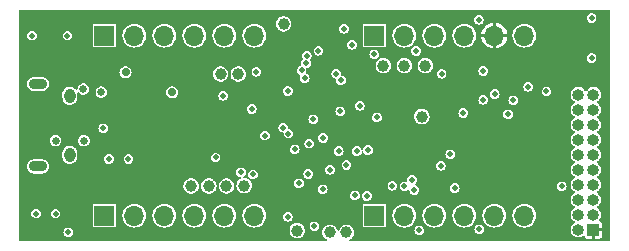
<source format=gbr>
%TF.GenerationSoftware,KiCad,Pcbnew,7.0.2*%
%TF.CreationDate,2023-05-12T00:45:21-04:00*%
%TF.ProjectId,H503-0.2,48353033-2d30-42e3-922e-6b696361645f,rev?*%
%TF.SameCoordinates,Original*%
%TF.FileFunction,Copper,L3,Inr*%
%TF.FilePolarity,Positive*%
%FSLAX46Y46*%
G04 Gerber Fmt 4.6, Leading zero omitted, Abs format (unit mm)*
G04 Created by KiCad (PCBNEW 7.0.2) date 2023-05-12 00:45:21*
%MOMM*%
%LPD*%
G01*
G04 APERTURE LIST*
%TA.AperFunction,ComponentPad*%
%ADD10C,1.000000*%
%TD*%
%TA.AperFunction,ComponentPad*%
%ADD11R,1.000000X1.000000*%
%TD*%
%TA.AperFunction,ComponentPad*%
%ADD12O,1.000000X1.000000*%
%TD*%
%TA.AperFunction,ComponentPad*%
%ADD13O,1.550000X0.890000*%
%TD*%
%TA.AperFunction,ComponentPad*%
%ADD14O,0.950000X1.250000*%
%TD*%
%TA.AperFunction,ComponentPad*%
%ADD15R,1.700000X1.700000*%
%TD*%
%TA.AperFunction,ComponentPad*%
%ADD16O,1.700000X1.700000*%
%TD*%
%TA.AperFunction,ViaPad*%
%ADD17C,0.508000*%
%TD*%
%TA.AperFunction,ViaPad*%
%ADD18C,0.711200*%
%TD*%
%TA.AperFunction,ViaPad*%
%ADD19C,0.660400*%
%TD*%
G04 APERTURE END LIST*
D10*
%TO.N,/PH1*%
%TO.C,TP1*%
X100540000Y-55110000D03*
%TD*%
%TO.N,/I2C2_SCL*%
%TO.C,TP3*%
X83500000Y-51500000D03*
%TD*%
D11*
%TO.N,+3.3V*%
%TO.C,J3*%
X115062000Y-64693800D03*
D12*
%TO.N,/SWDIO*%
X113792000Y-64693800D03*
%TO.N,GND*%
X115062000Y-63423800D03*
%TO.N,/SWCLK*%
X113792000Y-63423800D03*
%TO.N,GND*%
X115062000Y-62153800D03*
%TO.N,unconnected-(J3-Pin_6-Pad6)*%
X113792000Y-62153800D03*
%TO.N,unconnected-(J3-Pin_7-Pad7)*%
X115062000Y-60883800D03*
%TO.N,unconnected-(J3-Pin_8-Pad8)*%
X113792000Y-60883800D03*
%TO.N,unconnected-(J3-Pin_9-Pad9)*%
X115062000Y-59613800D03*
%TO.N,/nRESET*%
X113792000Y-59613800D03*
%TO.N,unconnected-(J3-Pin_11-Pad11)*%
X115062000Y-58343800D03*
%TO.N,/TRACECK*%
X113792000Y-58343800D03*
%TO.N,unconnected-(J3-Pin_13-Pad13)*%
X115062000Y-57073800D03*
%TO.N,/TRACED0*%
X113792000Y-57073800D03*
%TO.N,GND*%
X115062000Y-55803800D03*
%TO.N,/TRACED1*%
X113792000Y-55803800D03*
%TO.N,GND*%
X115062000Y-54533800D03*
%TO.N,/TRACED2*%
X113792000Y-54533800D03*
%TO.N,GND*%
X115062000Y-53263800D03*
%TO.N,/TRACED3*%
X113792000Y-53263800D03*
%TD*%
D10*
%TO.N,/PC13*%
%TO.C,TP7*%
X89992200Y-64770000D03*
%TD*%
%TO.N,/I3C2_SCL*%
%TO.C,TP14*%
X88830000Y-47260000D03*
%TD*%
%TO.N,/PC15*%
%TO.C,TP9*%
X94157800Y-64922400D03*
%TD*%
D13*
%TO.N,GND*%
%TO.C,J4*%
X68042000Y-59340000D03*
D14*
X70742000Y-58340000D03*
X70742000Y-53340000D03*
D13*
X68042000Y-52340000D03*
%TD*%
D10*
%TO.N,/I3C2_SDA*%
%TO.C,TP6*%
X84000000Y-61000000D03*
%TD*%
%TO.N,/ADC_INP5*%
%TO.C,TP11*%
X100838000Y-50800000D03*
%TD*%
%TO.N,/PC10*%
%TO.C,TP5*%
X82500000Y-61000000D03*
%TD*%
%TO.N,/PC14*%
%TO.C,TP8*%
X92760800Y-64922400D03*
%TD*%
%TO.N,/PB2*%
%TO.C,TP12*%
X99060000Y-50800000D03*
%TD*%
%TO.N,/I2C2_SDA*%
%TO.C,TP4*%
X85000000Y-51500000D03*
%TD*%
%TO.N,/PB4_TXD2*%
%TO.C,TP13*%
X85500000Y-60960000D03*
%TD*%
%TO.N,/ADC_INP4*%
%TO.C,TP2*%
X97282000Y-50800000D03*
%TD*%
%TO.N,/PA15_RXD2*%
%TO.C,TP10*%
X81000000Y-61000000D03*
%TD*%
D15*
%TO.N,/PA9_TXD*%
%TO.C,J1*%
X73660000Y-63500000D03*
D16*
%TO.N,/PA10_RXD*%
X76200000Y-63500000D03*
%TO.N,/I2C1_SDA*%
X78740000Y-63500000D03*
%TO.N,GND*%
X81280000Y-63500000D03*
%TO.N,/I2C1_SCL*%
X83820000Y-63500000D03*
%TO.N,/PA2*%
X86360000Y-63500000D03*
%TD*%
D15*
%TO.N,/PA0*%
%TO.C,J2*%
X96520000Y-63500000D03*
D16*
%TO.N,/PA1*%
X99060000Y-63500000D03*
%TO.N,/SPI1_SCK*%
X101600000Y-63500000D03*
%TO.N,/SPI1_NSS*%
X104140000Y-63500000D03*
%TO.N,/SPI1_MOSI*%
X106680000Y-63500000D03*
%TO.N,/SPI1_MISO*%
X109220000Y-63500000D03*
%TD*%
D15*
%TO.N,/OPAMP_VINM*%
%TO.C,J6*%
X96520000Y-48260000D03*
D16*
%TO.N,/OPAMP_VOUT*%
X99060000Y-48260000D03*
%TO.N,/OPAMP_VINP*%
X101600000Y-48260000D03*
%TO.N,/DAC_OUT1*%
X104140000Y-48260000D03*
%TO.N,+3.3V*%
X106680000Y-48260000D03*
%TO.N,/PA3*%
X109220000Y-48260000D03*
%TD*%
D15*
%TO.N,/VINunused*%
%TO.C,J5*%
X73660000Y-48260000D03*
D16*
%TO.N,GND*%
X76200000Y-48260000D03*
%TO.N,/PA8*%
X78740000Y-48260000D03*
%TO.N,/5VIN*%
X81280000Y-48260000D03*
%TO.N,/ADC_INP3*%
X83820000Y-48260000D03*
%TO.N,/DAC_OUT2*%
X86360000Y-48260000D03*
%TD*%
D17*
%TO.N,GND*%
X104050000Y-54800000D03*
X85225000Y-59825000D03*
X105350000Y-46925000D03*
X70600000Y-64900000D03*
X100325000Y-64750000D03*
X105400000Y-64650000D03*
X92150000Y-61275000D03*
X90925000Y-59975000D03*
%TO.N,+3.3V*%
X101395000Y-58300000D03*
%TO.N,/CLK_8*%
X99710000Y-60479601D03*
X94869492Y-61784365D03*
%TO.N,GND*%
X95890000Y-61830000D03*
X102145000Y-59275000D03*
X103320000Y-61170000D03*
%TO.N,+3.3V*%
X100695000Y-61125000D03*
%TO.N,GND*%
X83075000Y-58575000D03*
X89200000Y-52940000D03*
D18*
X75450000Y-51362500D03*
D17*
X93942200Y-47675000D03*
X102945000Y-58300000D03*
X112380000Y-61010000D03*
X102210000Y-51490000D03*
D19*
X71932800Y-57150000D03*
D17*
X67537200Y-48260000D03*
X105740000Y-51250000D03*
X69525000Y-63320000D03*
X111090000Y-52985000D03*
X91340000Y-55350000D03*
X96500000Y-49850000D03*
D19*
X69529800Y-57140000D03*
D17*
X75700000Y-58700000D03*
X83718400Y-53352400D03*
X91787656Y-49536800D03*
X96735000Y-55180000D03*
X95970000Y-57950000D03*
X93495000Y-58030000D03*
X100050000Y-49560000D03*
X91440000Y-64402000D03*
X114909600Y-50163200D03*
D18*
X79400000Y-53050000D03*
D17*
X89180000Y-63600000D03*
D19*
X73400000Y-53050000D03*
D17*
X73562500Y-56100000D03*
%TO.N,/VDDA*%
X95045000Y-58030000D03*
%TO.N,+3.3V*%
X92392200Y-47675000D03*
X83718400Y-54902400D03*
X111090000Y-54535000D03*
D18*
X77350000Y-51362500D03*
D17*
X109485000Y-54920000D03*
D18*
X79400000Y-51150000D03*
D17*
X110500000Y-58800000D03*
X95185000Y-55180000D03*
X67900000Y-65000000D03*
X91440000Y-62852000D03*
X99515000Y-58300000D03*
%TO.N,/nRESET*%
X94160000Y-59210000D03*
X114909600Y-46763200D03*
%TO.N,Net-(D1-A)*%
X70537200Y-48260000D03*
%TO.N,Net-(C11-Pad1)*%
X94620000Y-49040000D03*
%TO.N,Net-(C12-Pad1)*%
X90130000Y-60750000D03*
%TO.N,/SWDIO*%
X86136723Y-54465810D03*
%TO.N,/SWCLK*%
X87250000Y-56720000D03*
%TO.N,/TRACECK*%
X89781777Y-57891777D03*
%TO.N,/TRACED0*%
X91002969Y-57402969D03*
%TO.N,/TRACED1*%
X92180000Y-56919379D03*
%TO.N,/TRACED2*%
X89240432Y-56550199D03*
%TO.N,/TRACED3*%
X88810000Y-56050000D03*
%TO.N,Net-(J4-ID)*%
X74050000Y-58700000D03*
%TO.N,/SPI1_MOSI*%
X99889100Y-61329548D03*
%TO.N,/DAC_OUT2*%
X95275400Y-54190478D03*
%TO.N,/ADC_INP3*%
X93630000Y-54672603D03*
%TO.N,/ADC_INP5*%
X93690000Y-52040000D03*
%TO.N,/PB2*%
X93299418Y-51473700D03*
%TO.N,/SPI2_NSS*%
X90797910Y-49947219D03*
X109550000Y-52590000D03*
%TO.N,/SPI2_SCK*%
X90731438Y-50603763D03*
X106720000Y-53210000D03*
%TO.N,/SPI2_MISO*%
X90358939Y-51203149D03*
X108280000Y-53730000D03*
%TO.N,/SPI2_MOSI*%
X90630703Y-51863444D03*
X105740000Y-53695227D03*
%TO.N,/SW1*%
X67875000Y-63320000D03*
%TO.N,/NHOLD*%
X107835000Y-54920000D03*
%TO.N,/PA0*%
X98045149Y-60961726D03*
%TO.N,/PA1*%
X99060000Y-61024697D03*
%TO.N,/PA2*%
X92773488Y-59618976D03*
%TO.N,/PA8*%
X86533283Y-51326836D03*
%TO.N,/LED*%
X86242740Y-60016600D03*
D19*
%TO.N,/VBUS*%
X71875000Y-52775000D03*
%TD*%
%TA.AperFunction,Conductor*%
%TO.N,+3.3V*%
G36*
X116431592Y-46119123D02*
G01*
X116457356Y-46163747D01*
X116458500Y-46176827D01*
X116458500Y-65583173D01*
X116440877Y-65631592D01*
X116396253Y-65657356D01*
X116383173Y-65658500D01*
X94465814Y-65658500D01*
X94417395Y-65640877D01*
X94391631Y-65596253D01*
X94400579Y-65545510D01*
X94430804Y-65516475D01*
X94531413Y-65463672D01*
X94650092Y-65358532D01*
X94740160Y-65228046D01*
X94746089Y-65212414D01*
X94765219Y-65161971D01*
X94796384Y-65079797D01*
X94815495Y-64922400D01*
X94796384Y-64765003D01*
X94790694Y-64750000D01*
X99913028Y-64750000D01*
X99933191Y-64877306D01*
X99991708Y-64992151D01*
X100082849Y-65083292D01*
X100197694Y-65141809D01*
X100325000Y-65161972D01*
X100452306Y-65141809D01*
X100567151Y-65083292D01*
X100658292Y-64992151D01*
X100716809Y-64877306D01*
X100736972Y-64750000D01*
X100721134Y-64650000D01*
X104988028Y-64650000D01*
X105008191Y-64777306D01*
X105066708Y-64892151D01*
X105157849Y-64983292D01*
X105272694Y-65041809D01*
X105400000Y-65061972D01*
X105527306Y-65041809D01*
X105642151Y-64983292D01*
X105733292Y-64892151D01*
X105791809Y-64777306D01*
X105805035Y-64693800D01*
X113134305Y-64693800D01*
X113153416Y-64851198D01*
X113209638Y-64999444D01*
X113299709Y-65129933D01*
X113418384Y-65235070D01*
X113418385Y-65235070D01*
X113418387Y-65235072D01*
X113558778Y-65308756D01*
X113712724Y-65346700D01*
X113871276Y-65346700D01*
X114025222Y-65308756D01*
X114165613Y-65235072D01*
X114191190Y-65212412D01*
X114239116Y-65193497D01*
X114287991Y-65209814D01*
X114314944Y-65253729D01*
X114315019Y-65254103D01*
X114322737Y-65292907D01*
X114378875Y-65376924D01*
X114462892Y-65433062D01*
X114536984Y-65447799D01*
X114934999Y-65447799D01*
X114935000Y-65447798D01*
X114935000Y-64995754D01*
X114949129Y-65003912D01*
X115033564Y-65018800D01*
X115090436Y-65018800D01*
X115174871Y-65003912D01*
X115189000Y-64995754D01*
X115189000Y-65447799D01*
X115587015Y-65447799D01*
X115661107Y-65433062D01*
X115745124Y-65376924D01*
X115801262Y-65292907D01*
X115816000Y-65218815D01*
X115816000Y-64820800D01*
X115361634Y-64820800D01*
X115387000Y-64751106D01*
X115387000Y-64636494D01*
X115361634Y-64566800D01*
X115815999Y-64566800D01*
X115815999Y-64168784D01*
X115801262Y-64094692D01*
X115745124Y-64010675D01*
X115661107Y-63954537D01*
X115622165Y-63946791D01*
X115578115Y-63920060D01*
X115561552Y-63871268D01*
X115574868Y-63830122D01*
X115644360Y-63729446D01*
X115700584Y-63581197D01*
X115719695Y-63423800D01*
X115700584Y-63266403D01*
X115648965Y-63130295D01*
X115644361Y-63118155D01*
X115614337Y-63074658D01*
X115554292Y-62987668D01*
X115553208Y-62986708D01*
X115435613Y-62882528D01*
X115435611Y-62882527D01*
X115384111Y-62855497D01*
X115349430Y-62817393D01*
X115347355Y-62765908D01*
X115378859Y-62725134D01*
X115384099Y-62722108D01*
X115435613Y-62695072D01*
X115554292Y-62589932D01*
X115644360Y-62459446D01*
X115700584Y-62311197D01*
X115719695Y-62153800D01*
X115700584Y-61996403D01*
X115648965Y-61860295D01*
X115644361Y-61848155D01*
X115614337Y-61804658D01*
X115554292Y-61717668D01*
X115492401Y-61662838D01*
X115435613Y-61612528D01*
X115427538Y-61608290D01*
X115384111Y-61585497D01*
X115349430Y-61547393D01*
X115347355Y-61495908D01*
X115378859Y-61455134D01*
X115384099Y-61452108D01*
X115435613Y-61425072D01*
X115554292Y-61319932D01*
X115644360Y-61189446D01*
X115700584Y-61041197D01*
X115719695Y-60883800D01*
X115700584Y-60726403D01*
X115668041Y-60640595D01*
X115644361Y-60578155D01*
X115595832Y-60507849D01*
X115554292Y-60447668D01*
X115521625Y-60418728D01*
X115435613Y-60342528D01*
X115415066Y-60331744D01*
X115384111Y-60315497D01*
X115349430Y-60277393D01*
X115347355Y-60225908D01*
X115378859Y-60185134D01*
X115384099Y-60182108D01*
X115435613Y-60155072D01*
X115554292Y-60049932D01*
X115644360Y-59919446D01*
X115700584Y-59771197D01*
X115719695Y-59613800D01*
X115700584Y-59456403D01*
X115656438Y-59340000D01*
X115644361Y-59308155D01*
X115614337Y-59264658D01*
X115554292Y-59177668D01*
X115491051Y-59121642D01*
X115435612Y-59072527D01*
X115384112Y-59045497D01*
X115349429Y-59007391D01*
X115347355Y-58955906D01*
X115378860Y-58915133D01*
X115384091Y-58912112D01*
X115435613Y-58885072D01*
X115554292Y-58779932D01*
X115644360Y-58649446D01*
X115650487Y-58633292D01*
X115674748Y-58569320D01*
X115700584Y-58501197D01*
X115719695Y-58343800D01*
X115700584Y-58186403D01*
X115680683Y-58133928D01*
X115644361Y-58038155D01*
X115588354Y-57957016D01*
X115554292Y-57907668D01*
X115548677Y-57902694D01*
X115435613Y-57802528D01*
X115435611Y-57802527D01*
X115384111Y-57775497D01*
X115349430Y-57737393D01*
X115347355Y-57685908D01*
X115378859Y-57645134D01*
X115384099Y-57642108D01*
X115435613Y-57615072D01*
X115554292Y-57509932D01*
X115644360Y-57379446D01*
X115700584Y-57231197D01*
X115719695Y-57073800D01*
X115700584Y-56916403D01*
X115653537Y-56792351D01*
X115644361Y-56768155D01*
X115594582Y-56696038D01*
X115554292Y-56637668D01*
X115435613Y-56532528D01*
X115384111Y-56505497D01*
X115349430Y-56467393D01*
X115347355Y-56415908D01*
X115378859Y-56375134D01*
X115384099Y-56372108D01*
X115435613Y-56345072D01*
X115554292Y-56239932D01*
X115644360Y-56109446D01*
X115647943Y-56100000D01*
X115666905Y-56050000D01*
X115700584Y-55961197D01*
X115719695Y-55803800D01*
X115700584Y-55646403D01*
X115679941Y-55591972D01*
X115644361Y-55498155D01*
X115614337Y-55454658D01*
X115554292Y-55367668D01*
X115513999Y-55331972D01*
X115435613Y-55262528D01*
X115435611Y-55262527D01*
X115384111Y-55235497D01*
X115349430Y-55197393D01*
X115347355Y-55145908D01*
X115378859Y-55105134D01*
X115384099Y-55102108D01*
X115435613Y-55075072D01*
X115554292Y-54969932D01*
X115644360Y-54839446D01*
X115700584Y-54691197D01*
X115719695Y-54533800D01*
X115700584Y-54376403D01*
X115648965Y-54240295D01*
X115644361Y-54228155D01*
X115570955Y-54121809D01*
X115554292Y-54097668D01*
X115527577Y-54074001D01*
X115435612Y-53992527D01*
X115384112Y-53965497D01*
X115349429Y-53927391D01*
X115347355Y-53875906D01*
X115378860Y-53835133D01*
X115384091Y-53832112D01*
X115435613Y-53805072D01*
X115554292Y-53699932D01*
X115644360Y-53569446D01*
X115644939Y-53567921D01*
X115664135Y-53517303D01*
X115700584Y-53421197D01*
X115719695Y-53263800D01*
X115700584Y-53106403D01*
X115674972Y-53038870D01*
X115644361Y-52958155D01*
X115593936Y-52885102D01*
X115554292Y-52827668D01*
X115543375Y-52817996D01*
X115435615Y-52722529D01*
X115424437Y-52716662D01*
X115295222Y-52648844D01*
X115295219Y-52648843D01*
X115141276Y-52610900D01*
X114982724Y-52610900D01*
X114828780Y-52648843D01*
X114688384Y-52722529D01*
X114569709Y-52827666D01*
X114488993Y-52944604D01*
X114446984Y-52974441D01*
X114395624Y-52970295D01*
X114365007Y-52944604D01*
X114284292Y-52827668D01*
X114273375Y-52817996D01*
X114165615Y-52722529D01*
X114154437Y-52716662D01*
X114025222Y-52648844D01*
X114025219Y-52648843D01*
X113871276Y-52610900D01*
X113712724Y-52610900D01*
X113558780Y-52648843D01*
X113418384Y-52722529D01*
X113299709Y-52827666D01*
X113209638Y-52958155D01*
X113153416Y-53106401D01*
X113134305Y-53263799D01*
X113153416Y-53421198D01*
X113209638Y-53569444D01*
X113232589Y-53602694D01*
X113296460Y-53695227D01*
X113299709Y-53699933D01*
X113418385Y-53805071D01*
X113418387Y-53805072D01*
X113469888Y-53832102D01*
X113504569Y-53870206D01*
X113506644Y-53921691D01*
X113475140Y-53962464D01*
X113469888Y-53965497D01*
X113418386Y-53992528D01*
X113299709Y-54097666D01*
X113209638Y-54228155D01*
X113153416Y-54376401D01*
X113134305Y-54533800D01*
X113153416Y-54691198D01*
X113209638Y-54839444D01*
X113299709Y-54969933D01*
X113418387Y-55075072D01*
X113469887Y-55102102D01*
X113504570Y-55140208D01*
X113506644Y-55191693D01*
X113475139Y-55232466D01*
X113469887Y-55235498D01*
X113418387Y-55262527D01*
X113299709Y-55367666D01*
X113209638Y-55498155D01*
X113153416Y-55646401D01*
X113134305Y-55803799D01*
X113153416Y-55961198D01*
X113209638Y-56109444D01*
X113299709Y-56239933D01*
X113418387Y-56345072D01*
X113469887Y-56372102D01*
X113504570Y-56410208D01*
X113506644Y-56461693D01*
X113475139Y-56502466D01*
X113469887Y-56505498D01*
X113418387Y-56532527D01*
X113299709Y-56637666D01*
X113209638Y-56768155D01*
X113153416Y-56916401D01*
X113134305Y-57073800D01*
X113153416Y-57231198D01*
X113209638Y-57379444D01*
X113233400Y-57413869D01*
X113292830Y-57499968D01*
X113299709Y-57509933D01*
X113418387Y-57615072D01*
X113469887Y-57642102D01*
X113504570Y-57680208D01*
X113506644Y-57731693D01*
X113475139Y-57772466D01*
X113469887Y-57775498D01*
X113418387Y-57802527D01*
X113299709Y-57907666D01*
X113209638Y-58038155D01*
X113153416Y-58186401D01*
X113135635Y-58332847D01*
X113134305Y-58343800D01*
X113137087Y-58366709D01*
X113153416Y-58501198D01*
X113209638Y-58649444D01*
X113260399Y-58722983D01*
X113284217Y-58757490D01*
X113299709Y-58779933D01*
X113418385Y-58885071D01*
X113418387Y-58885072D01*
X113469888Y-58912102D01*
X113504569Y-58950206D01*
X113506644Y-59001691D01*
X113475140Y-59042464D01*
X113469888Y-59045497D01*
X113418386Y-59072528D01*
X113299709Y-59177666D01*
X113209638Y-59308155D01*
X113153416Y-59456401D01*
X113134305Y-59613800D01*
X113153416Y-59771198D01*
X113209638Y-59919444D01*
X113299709Y-60049933D01*
X113418387Y-60155072D01*
X113469887Y-60182102D01*
X113504570Y-60220208D01*
X113506644Y-60271693D01*
X113475139Y-60312466D01*
X113469887Y-60315498D01*
X113418387Y-60342527D01*
X113299709Y-60447666D01*
X113209638Y-60578155D01*
X113153416Y-60726401D01*
X113147128Y-60778191D01*
X113134305Y-60883800D01*
X113138406Y-60917576D01*
X113153416Y-61041198D01*
X113209638Y-61189444D01*
X113252922Y-61252151D01*
X113285358Y-61299143D01*
X113299709Y-61319933D01*
X113418387Y-61425072D01*
X113469887Y-61452102D01*
X113504570Y-61490208D01*
X113506644Y-61541693D01*
X113475139Y-61582466D01*
X113469887Y-61585498D01*
X113418387Y-61612527D01*
X113299709Y-61717666D01*
X113209638Y-61848155D01*
X113153416Y-61996401D01*
X113134305Y-62153800D01*
X113153416Y-62311198D01*
X113209638Y-62459444D01*
X113299709Y-62589933D01*
X113418387Y-62695072D01*
X113469887Y-62722102D01*
X113504570Y-62760208D01*
X113506644Y-62811693D01*
X113475139Y-62852466D01*
X113469887Y-62855498D01*
X113418387Y-62882527D01*
X113299709Y-62987666D01*
X113209638Y-63118155D01*
X113153416Y-63266401D01*
X113134305Y-63423799D01*
X113153416Y-63581198D01*
X113209638Y-63729444D01*
X113269685Y-63816436D01*
X113287435Y-63842152D01*
X113299709Y-63859933D01*
X113418385Y-63965071D01*
X113418387Y-63965072D01*
X113469888Y-63992102D01*
X113504569Y-64030206D01*
X113506644Y-64081691D01*
X113475140Y-64122464D01*
X113469888Y-64125497D01*
X113418386Y-64152528D01*
X113299709Y-64257666D01*
X113209638Y-64388155D01*
X113153416Y-64536401D01*
X113134305Y-64693800D01*
X105805035Y-64693800D01*
X105811972Y-64650000D01*
X105791809Y-64522694D01*
X105733292Y-64407849D01*
X105642151Y-64316708D01*
X105527306Y-64258191D01*
X105400000Y-64238028D01*
X105272693Y-64258191D01*
X105157847Y-64316709D01*
X105066709Y-64407847D01*
X105008191Y-64522693D01*
X104993294Y-64616754D01*
X104988028Y-64650000D01*
X100721134Y-64650000D01*
X100716809Y-64622694D01*
X100658292Y-64507849D01*
X100567151Y-64416708D01*
X100452306Y-64358191D01*
X100325000Y-64338028D01*
X100197693Y-64358191D01*
X100082847Y-64416709D01*
X99991709Y-64507847D01*
X99933191Y-64622693D01*
X99929793Y-64644151D01*
X99913028Y-64750000D01*
X94790694Y-64750000D01*
X94769380Y-64693800D01*
X94740161Y-64616755D01*
X94705616Y-64566708D01*
X94650092Y-64486268D01*
X94650090Y-64486266D01*
X94531415Y-64381129D01*
X94507924Y-64368800D01*
X94500789Y-64365055D01*
X95517100Y-64365055D01*
X95525971Y-64409658D01*
X95559766Y-64460235D01*
X95610342Y-64494028D01*
X95654943Y-64502900D01*
X97385056Y-64502899D01*
X97429658Y-64494028D01*
X97480234Y-64460234D01*
X97514028Y-64409658D01*
X97522900Y-64365057D01*
X97522899Y-63500000D01*
X98052247Y-63500000D01*
X98071610Y-63696604D01*
X98128955Y-63885645D01*
X98184749Y-63990028D01*
X98222084Y-64059878D01*
X98347411Y-64212589D01*
X98500122Y-64337916D01*
X98634343Y-64409658D01*
X98674354Y-64431044D01*
X98863395Y-64488389D01*
X98898650Y-64491861D01*
X99060000Y-64507753D01*
X99240426Y-64489982D01*
X99256604Y-64488389D01*
X99445645Y-64431044D01*
X99445647Y-64431042D01*
X99445650Y-64431042D01*
X99619878Y-64337916D01*
X99772589Y-64212589D01*
X99897916Y-64059878D01*
X99991042Y-63885650D01*
X99998844Y-63859933D01*
X100048389Y-63696604D01*
X100052655Y-63653290D01*
X100067753Y-63500000D01*
X100592247Y-63500000D01*
X100611610Y-63696604D01*
X100668955Y-63885645D01*
X100724749Y-63990028D01*
X100762084Y-64059878D01*
X100887411Y-64212589D01*
X101040122Y-64337916D01*
X101174343Y-64409658D01*
X101214354Y-64431044D01*
X101403395Y-64488389D01*
X101435749Y-64491575D01*
X101600000Y-64507753D01*
X101778976Y-64490125D01*
X101796604Y-64488389D01*
X101985645Y-64431044D01*
X101985647Y-64431042D01*
X101985650Y-64431042D01*
X102159878Y-64337916D01*
X102312589Y-64212589D01*
X102437916Y-64059878D01*
X102531042Y-63885650D01*
X102538844Y-63859933D01*
X102588389Y-63696604D01*
X102592655Y-63653290D01*
X102607753Y-63500000D01*
X103132247Y-63500000D01*
X103151610Y-63696604D01*
X103208955Y-63885645D01*
X103264749Y-63990028D01*
X103302084Y-64059878D01*
X103427411Y-64212589D01*
X103580122Y-64337916D01*
X103714343Y-64409658D01*
X103754354Y-64431044D01*
X103943395Y-64488389D01*
X103975749Y-64491575D01*
X104140000Y-64507753D01*
X104318976Y-64490125D01*
X104336604Y-64488389D01*
X104525645Y-64431044D01*
X104525647Y-64431042D01*
X104525650Y-64431042D01*
X104699878Y-64337916D01*
X104852589Y-64212589D01*
X104977916Y-64059878D01*
X105071042Y-63885650D01*
X105078844Y-63859933D01*
X105128389Y-63696604D01*
X105132655Y-63653290D01*
X105147753Y-63500000D01*
X105672247Y-63500000D01*
X105691610Y-63696604D01*
X105748955Y-63885645D01*
X105804749Y-63990028D01*
X105842084Y-64059878D01*
X105967411Y-64212589D01*
X106120122Y-64337916D01*
X106254343Y-64409658D01*
X106294354Y-64431044D01*
X106483395Y-64488389D01*
X106515749Y-64491575D01*
X106680000Y-64507753D01*
X106858976Y-64490125D01*
X106876604Y-64488389D01*
X107065645Y-64431044D01*
X107065647Y-64431042D01*
X107065650Y-64431042D01*
X107239878Y-64337916D01*
X107392589Y-64212589D01*
X107517916Y-64059878D01*
X107611042Y-63885650D01*
X107618844Y-63859933D01*
X107668389Y-63696604D01*
X107672655Y-63653290D01*
X107687753Y-63500000D01*
X107687753Y-63499999D01*
X108212247Y-63499999D01*
X108231610Y-63696604D01*
X108288955Y-63885645D01*
X108344749Y-63990028D01*
X108382084Y-64059878D01*
X108507411Y-64212589D01*
X108660122Y-64337916D01*
X108794343Y-64409658D01*
X108834354Y-64431044D01*
X109023395Y-64488389D01*
X109058650Y-64491861D01*
X109220000Y-64507753D01*
X109400426Y-64489982D01*
X109416604Y-64488389D01*
X109605645Y-64431044D01*
X109605647Y-64431042D01*
X109605650Y-64431042D01*
X109779878Y-64337916D01*
X109932589Y-64212589D01*
X110057916Y-64059878D01*
X110151042Y-63885650D01*
X110158844Y-63859933D01*
X110208389Y-63696604D01*
X110212655Y-63653290D01*
X110227753Y-63500000D01*
X110208389Y-63303397D01*
X110208389Y-63303395D01*
X110151044Y-63114354D01*
X110131531Y-63077847D01*
X110057916Y-62940122D01*
X109932589Y-62787411D01*
X109779878Y-62662084D01*
X109645657Y-62590342D01*
X109605645Y-62568955D01*
X109416604Y-62511610D01*
X109220000Y-62492247D01*
X109023395Y-62511610D01*
X108834354Y-62568955D01*
X108660121Y-62662084D01*
X108507411Y-62787411D01*
X108382084Y-62940121D01*
X108288955Y-63114354D01*
X108231610Y-63303395D01*
X108212247Y-63499999D01*
X107687753Y-63499999D01*
X107668389Y-63303397D01*
X107668389Y-63303395D01*
X107611044Y-63114354D01*
X107591531Y-63077847D01*
X107517916Y-62940122D01*
X107392589Y-62787411D01*
X107239878Y-62662084D01*
X107105657Y-62590342D01*
X107065645Y-62568955D01*
X106876604Y-62511610D01*
X106680000Y-62492247D01*
X106483395Y-62511610D01*
X106294354Y-62568955D01*
X106120121Y-62662084D01*
X105967411Y-62787411D01*
X105842084Y-62940121D01*
X105748955Y-63114354D01*
X105691610Y-63303395D01*
X105672247Y-63500000D01*
X105147753Y-63500000D01*
X105128389Y-63303397D01*
X105128389Y-63303395D01*
X105071044Y-63114354D01*
X105051531Y-63077847D01*
X104977916Y-62940122D01*
X104852589Y-62787411D01*
X104699878Y-62662084D01*
X104565657Y-62590342D01*
X104525645Y-62568955D01*
X104336604Y-62511610D01*
X104156176Y-62493840D01*
X104140000Y-62492247D01*
X104139999Y-62492247D01*
X103943395Y-62511610D01*
X103754354Y-62568955D01*
X103580121Y-62662084D01*
X103427411Y-62787411D01*
X103302084Y-62940121D01*
X103208955Y-63114354D01*
X103151610Y-63303395D01*
X103132247Y-63500000D01*
X102607753Y-63500000D01*
X102588389Y-63303397D01*
X102588389Y-63303395D01*
X102531044Y-63114354D01*
X102511531Y-63077847D01*
X102437916Y-62940122D01*
X102312589Y-62787411D01*
X102159878Y-62662084D01*
X102025657Y-62590342D01*
X101985645Y-62568955D01*
X101796604Y-62511610D01*
X101600000Y-62492247D01*
X101403395Y-62511610D01*
X101214354Y-62568955D01*
X101040121Y-62662084D01*
X100887411Y-62787411D01*
X100762084Y-62940121D01*
X100668955Y-63114354D01*
X100611610Y-63303395D01*
X100592247Y-63500000D01*
X100067753Y-63500000D01*
X100048389Y-63303397D01*
X100048389Y-63303395D01*
X99991044Y-63114354D01*
X99971531Y-63077847D01*
X99897916Y-62940122D01*
X99772589Y-62787411D01*
X99619878Y-62662084D01*
X99485657Y-62590342D01*
X99445645Y-62568955D01*
X99256604Y-62511610D01*
X99060000Y-62492247D01*
X98863395Y-62511610D01*
X98674354Y-62568955D01*
X98500121Y-62662084D01*
X98347411Y-62787411D01*
X98222084Y-62940121D01*
X98128955Y-63114354D01*
X98071610Y-63303395D01*
X98052247Y-63500000D01*
X97522899Y-63500000D01*
X97522899Y-62634944D01*
X97514028Y-62590342D01*
X97514028Y-62590341D01*
X97480233Y-62539764D01*
X97429657Y-62505971D01*
X97385059Y-62497100D01*
X95654944Y-62497100D01*
X95610341Y-62505971D01*
X95559764Y-62539766D01*
X95525971Y-62590342D01*
X95517100Y-62634940D01*
X95517100Y-64365055D01*
X94500789Y-64365055D01*
X94391022Y-64307444D01*
X94391019Y-64307443D01*
X94237076Y-64269500D01*
X94078524Y-64269500D01*
X93924580Y-64307443D01*
X93784184Y-64381129D01*
X93665509Y-64486266D01*
X93575438Y-64616755D01*
X93529732Y-64737275D01*
X93496084Y-64776299D01*
X93445225Y-64784564D01*
X93400951Y-64758204D01*
X93388868Y-64737275D01*
X93343161Y-64616755D01*
X93308616Y-64566708D01*
X93253092Y-64486268D01*
X93253090Y-64486266D01*
X93134415Y-64381129D01*
X93110924Y-64368800D01*
X92994022Y-64307444D01*
X92994019Y-64307443D01*
X92840076Y-64269500D01*
X92681524Y-64269500D01*
X92527580Y-64307443D01*
X92387184Y-64381129D01*
X92268509Y-64486266D01*
X92178438Y-64616755D01*
X92122216Y-64765001D01*
X92103105Y-64922400D01*
X92122216Y-65079798D01*
X92178438Y-65228044D01*
X92268509Y-65358533D01*
X92387184Y-65463670D01*
X92387185Y-65463670D01*
X92387187Y-65463672D01*
X92487794Y-65516475D01*
X92522476Y-65554581D01*
X92524550Y-65606066D01*
X92493045Y-65646839D01*
X92452786Y-65658500D01*
X66496827Y-65658500D01*
X66448408Y-65640877D01*
X66422644Y-65596253D01*
X66421500Y-65583173D01*
X66421500Y-64900000D01*
X70188028Y-64900000D01*
X70208191Y-65027306D01*
X70266708Y-65142151D01*
X70357849Y-65233292D01*
X70472694Y-65291809D01*
X70600000Y-65311972D01*
X70727306Y-65291809D01*
X70842151Y-65233292D01*
X70933292Y-65142151D01*
X70991809Y-65027306D01*
X71011972Y-64900000D01*
X70991809Y-64772694D01*
X70990436Y-64770000D01*
X89334505Y-64770000D01*
X89353616Y-64927398D01*
X89409838Y-65075644D01*
X89499909Y-65206133D01*
X89618584Y-65311270D01*
X89618585Y-65311270D01*
X89618587Y-65311272D01*
X89758978Y-65384956D01*
X89912924Y-65422900D01*
X90071476Y-65422900D01*
X90225422Y-65384956D01*
X90365813Y-65311272D01*
X90484492Y-65206132D01*
X90574560Y-65075646D01*
X90630784Y-64927397D01*
X90649895Y-64770000D01*
X90630784Y-64612603D01*
X90601884Y-64536401D01*
X90574561Y-64464355D01*
X90531520Y-64402000D01*
X91028028Y-64402000D01*
X91048191Y-64529306D01*
X91106708Y-64644151D01*
X91197849Y-64735292D01*
X91312694Y-64793809D01*
X91440000Y-64813972D01*
X91567306Y-64793809D01*
X91682151Y-64735292D01*
X91773292Y-64644151D01*
X91831809Y-64529306D01*
X91851972Y-64402000D01*
X91831809Y-64274694D01*
X91773292Y-64159849D01*
X91682151Y-64068708D01*
X91567306Y-64010191D01*
X91440000Y-63990028D01*
X91312693Y-64010191D01*
X91197847Y-64068709D01*
X91106709Y-64159847D01*
X91048191Y-64274693D01*
X91038819Y-64333866D01*
X91028028Y-64402000D01*
X90531520Y-64402000D01*
X90484492Y-64333868D01*
X90484490Y-64333866D01*
X90365815Y-64228729D01*
X90335061Y-64212588D01*
X90225422Y-64155044D01*
X90225419Y-64155043D01*
X90071476Y-64117100D01*
X89912924Y-64117100D01*
X89758980Y-64155043D01*
X89618584Y-64228729D01*
X89499909Y-64333866D01*
X89409838Y-64464355D01*
X89353616Y-64612601D01*
X89334505Y-64770000D01*
X70990436Y-64770000D01*
X70933292Y-64657849D01*
X70842151Y-64566708D01*
X70727306Y-64508191D01*
X70600000Y-64488028D01*
X70472693Y-64508191D01*
X70357847Y-64566709D01*
X70266709Y-64657847D01*
X70208191Y-64772693D01*
X70195757Y-64851198D01*
X70188028Y-64900000D01*
X66421500Y-64900000D01*
X66421500Y-64365055D01*
X72657100Y-64365055D01*
X72665971Y-64409658D01*
X72699766Y-64460235D01*
X72750342Y-64494028D01*
X72794943Y-64502900D01*
X74525056Y-64502899D01*
X74569658Y-64494028D01*
X74620234Y-64460234D01*
X74654028Y-64409658D01*
X74662900Y-64365057D01*
X74662899Y-63499999D01*
X75192247Y-63499999D01*
X75211610Y-63696604D01*
X75268955Y-63885645D01*
X75324749Y-63990028D01*
X75362084Y-64059878D01*
X75487411Y-64212589D01*
X75640122Y-64337916D01*
X75774343Y-64409658D01*
X75814354Y-64431044D01*
X76003395Y-64488389D01*
X76035749Y-64491575D01*
X76200000Y-64507753D01*
X76378976Y-64490125D01*
X76396604Y-64488389D01*
X76585645Y-64431044D01*
X76585647Y-64431042D01*
X76585650Y-64431042D01*
X76759878Y-64337916D01*
X76912589Y-64212589D01*
X77037916Y-64059878D01*
X77131042Y-63885650D01*
X77138844Y-63859933D01*
X77188389Y-63696604D01*
X77192655Y-63653290D01*
X77207753Y-63500000D01*
X77732247Y-63500000D01*
X77751610Y-63696604D01*
X77808955Y-63885645D01*
X77864749Y-63990028D01*
X77902084Y-64059878D01*
X78027411Y-64212589D01*
X78180122Y-64337916D01*
X78314343Y-64409658D01*
X78354354Y-64431044D01*
X78543395Y-64488389D01*
X78578650Y-64491861D01*
X78740000Y-64507753D01*
X78920426Y-64489982D01*
X78936604Y-64488389D01*
X79125645Y-64431044D01*
X79125647Y-64431042D01*
X79125650Y-64431042D01*
X79299878Y-64337916D01*
X79452589Y-64212589D01*
X79577916Y-64059878D01*
X79671042Y-63885650D01*
X79678844Y-63859933D01*
X79728389Y-63696604D01*
X79732655Y-63653290D01*
X79747753Y-63500000D01*
X80272247Y-63500000D01*
X80291610Y-63696604D01*
X80348955Y-63885645D01*
X80404749Y-63990028D01*
X80442084Y-64059878D01*
X80567411Y-64212589D01*
X80720122Y-64337916D01*
X80854343Y-64409658D01*
X80894354Y-64431044D01*
X81083395Y-64488389D01*
X81115749Y-64491575D01*
X81280000Y-64507753D01*
X81458976Y-64490125D01*
X81476604Y-64488389D01*
X81665645Y-64431044D01*
X81665647Y-64431042D01*
X81665650Y-64431042D01*
X81839878Y-64337916D01*
X81992589Y-64212589D01*
X82117916Y-64059878D01*
X82211042Y-63885650D01*
X82218844Y-63859933D01*
X82268389Y-63696604D01*
X82272655Y-63653290D01*
X82287753Y-63500000D01*
X82287753Y-63499999D01*
X82812247Y-63499999D01*
X82831610Y-63696604D01*
X82888955Y-63885645D01*
X82944749Y-63990028D01*
X82982084Y-64059878D01*
X83107411Y-64212589D01*
X83260122Y-64337916D01*
X83394343Y-64409658D01*
X83434354Y-64431044D01*
X83623395Y-64488389D01*
X83655749Y-64491575D01*
X83820000Y-64507753D01*
X83998976Y-64490125D01*
X84016604Y-64488389D01*
X84205645Y-64431044D01*
X84205647Y-64431042D01*
X84205650Y-64431042D01*
X84379878Y-64337916D01*
X84532589Y-64212589D01*
X84657916Y-64059878D01*
X84751042Y-63885650D01*
X84758844Y-63859933D01*
X84808389Y-63696604D01*
X84812655Y-63653290D01*
X84827753Y-63500000D01*
X84827753Y-63499999D01*
X85352247Y-63499999D01*
X85371610Y-63696604D01*
X85428955Y-63885645D01*
X85484749Y-63990028D01*
X85522084Y-64059878D01*
X85647411Y-64212589D01*
X85800122Y-64337916D01*
X85934343Y-64409658D01*
X85974354Y-64431044D01*
X86163395Y-64488389D01*
X86195749Y-64491575D01*
X86360000Y-64507753D01*
X86538976Y-64490125D01*
X86556604Y-64488389D01*
X86745645Y-64431044D01*
X86745647Y-64431042D01*
X86745650Y-64431042D01*
X86919878Y-64337916D01*
X87072589Y-64212589D01*
X87197916Y-64059878D01*
X87291042Y-63885650D01*
X87298844Y-63859933D01*
X87348389Y-63696604D01*
X87352655Y-63653290D01*
X87357904Y-63600000D01*
X88768028Y-63600000D01*
X88788191Y-63727306D01*
X88846708Y-63842151D01*
X88937849Y-63933292D01*
X89052694Y-63991809D01*
X89180000Y-64011972D01*
X89307306Y-63991809D01*
X89422151Y-63933292D01*
X89513292Y-63842151D01*
X89571809Y-63727306D01*
X89591972Y-63600000D01*
X89571809Y-63472694D01*
X89513292Y-63357849D01*
X89422151Y-63266708D01*
X89307306Y-63208191D01*
X89180000Y-63188028D01*
X89052693Y-63208191D01*
X88937847Y-63266709D01*
X88846709Y-63357847D01*
X88788191Y-63472693D01*
X88788190Y-63472694D01*
X88788191Y-63472694D01*
X88768028Y-63600000D01*
X87357904Y-63600000D01*
X87367753Y-63500000D01*
X87348389Y-63303397D01*
X87348389Y-63303395D01*
X87291044Y-63114354D01*
X87271531Y-63077847D01*
X87197916Y-62940122D01*
X87072589Y-62787411D01*
X86919878Y-62662084D01*
X86785657Y-62590342D01*
X86745645Y-62568955D01*
X86556604Y-62511610D01*
X86360000Y-62492247D01*
X86163395Y-62511610D01*
X85974354Y-62568955D01*
X85800121Y-62662084D01*
X85647411Y-62787411D01*
X85522084Y-62940121D01*
X85428955Y-63114354D01*
X85371610Y-63303395D01*
X85352247Y-63499999D01*
X84827753Y-63499999D01*
X84808389Y-63303397D01*
X84808389Y-63303395D01*
X84751044Y-63114354D01*
X84731531Y-63077847D01*
X84657916Y-62940122D01*
X84532589Y-62787411D01*
X84379878Y-62662084D01*
X84245657Y-62590342D01*
X84205645Y-62568955D01*
X84016604Y-62511610D01*
X83836176Y-62493840D01*
X83820000Y-62492247D01*
X83819999Y-62492247D01*
X83623395Y-62511610D01*
X83434354Y-62568955D01*
X83260121Y-62662084D01*
X83107411Y-62787411D01*
X82982084Y-62940121D01*
X82888955Y-63114354D01*
X82831610Y-63303395D01*
X82812247Y-63499999D01*
X82287753Y-63499999D01*
X82268389Y-63303397D01*
X82268389Y-63303395D01*
X82211044Y-63114354D01*
X82191531Y-63077847D01*
X82117916Y-62940122D01*
X81992589Y-62787411D01*
X81839878Y-62662084D01*
X81705657Y-62590342D01*
X81665645Y-62568955D01*
X81476604Y-62511610D01*
X81280000Y-62492247D01*
X81083395Y-62511610D01*
X80894354Y-62568955D01*
X80720121Y-62662084D01*
X80567411Y-62787411D01*
X80442084Y-62940121D01*
X80348955Y-63114354D01*
X80291610Y-63303395D01*
X80272247Y-63500000D01*
X79747753Y-63500000D01*
X79728389Y-63303397D01*
X79728389Y-63303395D01*
X79671044Y-63114354D01*
X79651531Y-63077847D01*
X79577916Y-62940122D01*
X79452589Y-62787411D01*
X79299878Y-62662084D01*
X79165657Y-62590342D01*
X79125645Y-62568955D01*
X78936604Y-62511610D01*
X78740000Y-62492247D01*
X78543395Y-62511610D01*
X78354354Y-62568955D01*
X78180121Y-62662084D01*
X78027411Y-62787411D01*
X77902084Y-62940121D01*
X77808955Y-63114354D01*
X77751610Y-63303395D01*
X77732247Y-63500000D01*
X77207753Y-63500000D01*
X77188389Y-63303397D01*
X77188389Y-63303395D01*
X77131044Y-63114354D01*
X77111531Y-63077847D01*
X77037916Y-62940122D01*
X76912589Y-62787411D01*
X76759878Y-62662084D01*
X76625657Y-62590342D01*
X76585645Y-62568955D01*
X76396604Y-62511610D01*
X76200000Y-62492247D01*
X76003395Y-62511610D01*
X75814354Y-62568955D01*
X75640121Y-62662084D01*
X75487411Y-62787411D01*
X75362084Y-62940121D01*
X75268955Y-63114354D01*
X75211610Y-63303395D01*
X75192247Y-63499999D01*
X74662899Y-63499999D01*
X74662899Y-62634944D01*
X74654028Y-62590342D01*
X74654028Y-62590341D01*
X74620233Y-62539764D01*
X74569657Y-62505971D01*
X74525059Y-62497100D01*
X72794944Y-62497100D01*
X72750341Y-62505971D01*
X72699764Y-62539766D01*
X72665971Y-62590342D01*
X72657100Y-62634940D01*
X72657100Y-64365055D01*
X66421500Y-64365055D01*
X66421500Y-63320000D01*
X67463028Y-63320000D01*
X67483191Y-63447306D01*
X67541708Y-63562151D01*
X67632849Y-63653292D01*
X67747694Y-63711809D01*
X67875000Y-63731972D01*
X68002306Y-63711809D01*
X68117151Y-63653292D01*
X68208292Y-63562151D01*
X68266809Y-63447306D01*
X68286972Y-63320000D01*
X69113028Y-63320000D01*
X69133191Y-63447306D01*
X69191708Y-63562151D01*
X69282849Y-63653292D01*
X69397694Y-63711809D01*
X69525000Y-63731972D01*
X69652306Y-63711809D01*
X69767151Y-63653292D01*
X69858292Y-63562151D01*
X69916809Y-63447306D01*
X69936972Y-63320000D01*
X69916809Y-63192694D01*
X69858292Y-63077849D01*
X69767151Y-62986708D01*
X69652306Y-62928191D01*
X69525000Y-62908028D01*
X69397693Y-62928191D01*
X69282847Y-62986709D01*
X69191709Y-63077847D01*
X69133191Y-63192693D01*
X69121468Y-63266709D01*
X69113028Y-63320000D01*
X68286972Y-63320000D01*
X68266809Y-63192694D01*
X68208292Y-63077849D01*
X68117151Y-62986708D01*
X68002306Y-62928191D01*
X67875000Y-62908028D01*
X67747693Y-62928191D01*
X67632847Y-62986709D01*
X67541709Y-63077847D01*
X67483191Y-63192693D01*
X67471468Y-63266709D01*
X67463028Y-63320000D01*
X66421500Y-63320000D01*
X66421500Y-61784365D01*
X94457520Y-61784365D01*
X94477683Y-61911671D01*
X94536200Y-62026516D01*
X94627341Y-62117657D01*
X94742186Y-62176174D01*
X94869492Y-62196337D01*
X94996798Y-62176174D01*
X95111643Y-62117657D01*
X95202784Y-62026516D01*
X95261301Y-61911671D01*
X95274236Y-61830000D01*
X95478028Y-61830000D01*
X95498191Y-61957306D01*
X95556708Y-62072151D01*
X95647849Y-62163292D01*
X95762694Y-62221809D01*
X95890000Y-62241972D01*
X96017306Y-62221809D01*
X96132151Y-62163292D01*
X96223292Y-62072151D01*
X96281809Y-61957306D01*
X96301972Y-61830000D01*
X96281809Y-61702694D01*
X96223292Y-61587849D01*
X96132151Y-61496708D01*
X96017306Y-61438191D01*
X95890000Y-61418028D01*
X95889999Y-61418028D01*
X95762693Y-61438191D01*
X95647847Y-61496709D01*
X95556709Y-61587847D01*
X95498191Y-61702693D01*
X95492042Y-61741520D01*
X95478028Y-61830000D01*
X95274236Y-61830000D01*
X95281464Y-61784365D01*
X95261301Y-61657059D01*
X95202784Y-61542214D01*
X95111643Y-61451073D01*
X94996798Y-61392556D01*
X94869492Y-61372393D01*
X94742185Y-61392556D01*
X94627339Y-61451074D01*
X94536201Y-61542212D01*
X94477683Y-61657058D01*
X94467499Y-61721357D01*
X94457520Y-61784365D01*
X66421500Y-61784365D01*
X66421500Y-61000000D01*
X80342305Y-61000000D01*
X80347307Y-61041197D01*
X80361416Y-61157398D01*
X80417638Y-61305644D01*
X80450695Y-61353535D01*
X80497933Y-61421971D01*
X80507709Y-61436133D01*
X80626384Y-61541270D01*
X80626385Y-61541270D01*
X80626387Y-61541272D01*
X80766778Y-61614956D01*
X80920724Y-61652900D01*
X81079276Y-61652900D01*
X81233222Y-61614956D01*
X81373613Y-61541272D01*
X81492292Y-61436132D01*
X81582360Y-61305646D01*
X81586392Y-61295016D01*
X81620956Y-61203877D01*
X81638584Y-61157397D01*
X81657695Y-61000000D01*
X81842305Y-61000000D01*
X81847307Y-61041197D01*
X81861416Y-61157398D01*
X81917638Y-61305644D01*
X81950695Y-61353535D01*
X81997933Y-61421971D01*
X82007709Y-61436133D01*
X82126384Y-61541270D01*
X82126385Y-61541270D01*
X82126387Y-61541272D01*
X82266778Y-61614956D01*
X82420724Y-61652900D01*
X82579276Y-61652900D01*
X82733222Y-61614956D01*
X82873613Y-61541272D01*
X82992292Y-61436132D01*
X83082360Y-61305646D01*
X83086392Y-61295016D01*
X83120956Y-61203877D01*
X83138584Y-61157397D01*
X83157695Y-61000000D01*
X83342305Y-61000000D01*
X83361416Y-61157398D01*
X83417638Y-61305644D01*
X83450695Y-61353535D01*
X83497933Y-61421971D01*
X83507709Y-61436133D01*
X83626384Y-61541270D01*
X83626385Y-61541270D01*
X83626387Y-61541272D01*
X83766778Y-61614956D01*
X83920724Y-61652900D01*
X84079276Y-61652900D01*
X84233222Y-61614956D01*
X84373613Y-61541272D01*
X84492292Y-61436132D01*
X84582360Y-61305646D01*
X84586392Y-61295016D01*
X84620956Y-61203877D01*
X84638584Y-61157397D01*
X84657695Y-61000000D01*
X84638584Y-60842603D01*
X84615807Y-60782546D01*
X84582361Y-60694355D01*
X84536859Y-60628434D01*
X84492292Y-60563868D01*
X84476361Y-60549754D01*
X84373615Y-60458729D01*
X84316156Y-60428572D01*
X84233222Y-60385044D01*
X84233219Y-60385043D01*
X84079276Y-60347100D01*
X83920724Y-60347100D01*
X83766780Y-60385043D01*
X83766778Y-60385043D01*
X83766778Y-60385044D01*
X83763105Y-60386972D01*
X83626384Y-60458729D01*
X83507709Y-60563866D01*
X83417638Y-60694355D01*
X83361416Y-60842601D01*
X83342305Y-61000000D01*
X83157695Y-61000000D01*
X83138584Y-60842603D01*
X83115807Y-60782546D01*
X83082361Y-60694355D01*
X83036859Y-60628434D01*
X82992292Y-60563868D01*
X82976361Y-60549754D01*
X82873615Y-60458729D01*
X82816156Y-60428572D01*
X82733222Y-60385044D01*
X82733219Y-60385043D01*
X82579276Y-60347100D01*
X82420724Y-60347100D01*
X82266780Y-60385043D01*
X82266778Y-60385043D01*
X82266778Y-60385044D01*
X82263105Y-60386972D01*
X82126384Y-60458729D01*
X82007709Y-60563866D01*
X81917638Y-60694355D01*
X81861416Y-60842601D01*
X81842759Y-60996257D01*
X81842305Y-61000000D01*
X81657695Y-61000000D01*
X81638584Y-60842603D01*
X81615807Y-60782546D01*
X81582361Y-60694355D01*
X81536859Y-60628434D01*
X81492292Y-60563868D01*
X81476361Y-60549754D01*
X81373615Y-60458729D01*
X81316156Y-60428572D01*
X81233222Y-60385044D01*
X81233219Y-60385043D01*
X81079276Y-60347100D01*
X80920724Y-60347100D01*
X80766780Y-60385043D01*
X80766778Y-60385043D01*
X80766778Y-60385044D01*
X80763105Y-60386972D01*
X80626384Y-60458729D01*
X80507709Y-60563866D01*
X80417638Y-60694355D01*
X80361416Y-60842601D01*
X80342759Y-60996257D01*
X80342305Y-61000000D01*
X66421500Y-61000000D01*
X66421500Y-59339999D01*
X67108941Y-59339999D01*
X67129490Y-59496084D01*
X67189735Y-59641528D01*
X67285572Y-59766427D01*
X67410471Y-59862264D01*
X67555914Y-59922509D01*
X67555917Y-59922510D01*
X67672814Y-59937900D01*
X67675279Y-59937900D01*
X68408721Y-59937900D01*
X68411186Y-59937900D01*
X68528083Y-59922510D01*
X68673529Y-59862264D01*
X68722093Y-59825000D01*
X84813028Y-59825000D01*
X84833191Y-59952306D01*
X84891708Y-60067151D01*
X84982849Y-60158292D01*
X85097694Y-60216809D01*
X85190917Y-60231573D01*
X85235982Y-60256554D01*
X85254448Y-60304658D01*
X85237672Y-60353378D01*
X85214139Y-60372671D01*
X85126387Y-60418727D01*
X85007709Y-60523866D01*
X84917638Y-60654355D01*
X84861416Y-60802601D01*
X84842305Y-60960000D01*
X84861416Y-61117398D01*
X84917638Y-61265644D01*
X85007709Y-61396133D01*
X85126384Y-61501270D01*
X85126385Y-61501270D01*
X85126387Y-61501272D01*
X85266778Y-61574956D01*
X85420724Y-61612900D01*
X85579276Y-61612900D01*
X85733222Y-61574956D01*
X85873613Y-61501272D01*
X85992292Y-61396132D01*
X86075903Y-61275000D01*
X91738028Y-61275000D01*
X91758191Y-61402306D01*
X91816708Y-61517151D01*
X91907849Y-61608292D01*
X92022694Y-61666809D01*
X92150000Y-61686972D01*
X92277306Y-61666809D01*
X92392151Y-61608292D01*
X92483292Y-61517151D01*
X92541809Y-61402306D01*
X92561972Y-61275000D01*
X92541809Y-61147694D01*
X92483292Y-61032849D01*
X92412169Y-60961726D01*
X97633177Y-60961726D01*
X97653340Y-61089032D01*
X97711857Y-61203877D01*
X97802998Y-61295018D01*
X97917843Y-61353535D01*
X98045149Y-61373698D01*
X98172455Y-61353535D01*
X98287300Y-61295018D01*
X98378441Y-61203877D01*
X98436958Y-61089032D01*
X98447148Y-61024697D01*
X98648028Y-61024697D01*
X98668191Y-61152003D01*
X98726708Y-61266848D01*
X98817849Y-61357989D01*
X98932694Y-61416506D01*
X99060000Y-61436669D01*
X99187306Y-61416506D01*
X99302151Y-61357989D01*
X99352557Y-61307582D01*
X99399253Y-61285808D01*
X99449024Y-61299143D01*
X99478579Y-61341351D01*
X99480218Y-61349063D01*
X99497291Y-61456854D01*
X99555808Y-61571699D01*
X99646949Y-61662840D01*
X99761794Y-61721357D01*
X99889100Y-61741520D01*
X100016406Y-61721357D01*
X100131251Y-61662840D01*
X100222392Y-61571699D01*
X100280909Y-61456854D01*
X100301072Y-61329548D01*
X100280909Y-61202242D01*
X100264481Y-61170000D01*
X102908028Y-61170000D01*
X102928191Y-61297306D01*
X102986708Y-61412151D01*
X103077849Y-61503292D01*
X103192694Y-61561809D01*
X103320000Y-61581972D01*
X103447306Y-61561809D01*
X103562151Y-61503292D01*
X103653292Y-61412151D01*
X103711809Y-61297306D01*
X103731972Y-61170000D01*
X103711809Y-61042694D01*
X103695150Y-61010000D01*
X111968028Y-61010000D01*
X111988191Y-61137306D01*
X112046708Y-61252151D01*
X112137849Y-61343292D01*
X112252694Y-61401809D01*
X112380000Y-61421972D01*
X112507306Y-61401809D01*
X112622151Y-61343292D01*
X112713292Y-61252151D01*
X112771809Y-61137306D01*
X112791972Y-61010000D01*
X112771809Y-60882694D01*
X112713292Y-60767849D01*
X112622151Y-60676708D01*
X112507306Y-60618191D01*
X112380000Y-60598028D01*
X112252693Y-60618191D01*
X112137847Y-60676709D01*
X112046709Y-60767847D01*
X111988191Y-60882693D01*
X111981039Y-60927849D01*
X111968028Y-61010000D01*
X103695150Y-61010000D01*
X103653292Y-60927849D01*
X103562151Y-60836708D01*
X103447306Y-60778191D01*
X103320000Y-60758028D01*
X103192693Y-60778191D01*
X103077847Y-60836709D01*
X102986709Y-60927847D01*
X102928191Y-61042693D01*
X102909300Y-61161971D01*
X102908028Y-61170000D01*
X100264481Y-61170000D01*
X100222392Y-61087397D01*
X100131251Y-60996256D01*
X100016406Y-60937739D01*
X100016404Y-60937738D01*
X100016403Y-60937738D01*
X99999175Y-60935009D01*
X99954110Y-60910027D01*
X99935645Y-60861923D01*
X99952422Y-60813204D01*
X99957678Y-60807365D01*
X100043292Y-60721752D01*
X100101809Y-60606907D01*
X100121972Y-60479601D01*
X100101809Y-60352295D01*
X100043292Y-60237450D01*
X99952151Y-60146309D01*
X99837306Y-60087792D01*
X99710000Y-60067629D01*
X99582693Y-60087792D01*
X99467847Y-60146310D01*
X99376709Y-60237448D01*
X99318191Y-60352294D01*
X99298028Y-60479601D01*
X99311030Y-60561695D01*
X99301198Y-60612275D01*
X99261154Y-60644701D01*
X99209635Y-60643802D01*
X99202433Y-60640595D01*
X99187308Y-60632889D01*
X99187307Y-60632888D01*
X99187306Y-60632888D01*
X99060000Y-60612725D01*
X98932693Y-60632888D01*
X98817847Y-60691406D01*
X98726709Y-60782544D01*
X98668191Y-60897390D01*
X98651940Y-61000000D01*
X98648028Y-61024697D01*
X98447148Y-61024697D01*
X98457121Y-60961726D01*
X98436958Y-60834420D01*
X98378441Y-60719575D01*
X98287300Y-60628434D01*
X98172455Y-60569917D01*
X98045149Y-60549754D01*
X98045148Y-60549754D01*
X97917842Y-60569917D01*
X97802996Y-60628435D01*
X97711858Y-60719573D01*
X97653340Y-60834419D01*
X97637408Y-60935009D01*
X97633177Y-60961726D01*
X92412169Y-60961726D01*
X92392151Y-60941708D01*
X92277306Y-60883191D01*
X92150000Y-60863028D01*
X92149999Y-60863028D01*
X92022693Y-60883191D01*
X91907847Y-60941709D01*
X91816709Y-61032847D01*
X91758191Y-61147693D01*
X91739510Y-61265646D01*
X91738028Y-61275000D01*
X86075903Y-61275000D01*
X86082360Y-61265646D01*
X86138584Y-61117397D01*
X86157695Y-60960000D01*
X86138584Y-60802603D01*
X86118634Y-60750000D01*
X89718028Y-60750000D01*
X89738191Y-60877306D01*
X89796708Y-60992151D01*
X89887849Y-61083292D01*
X90002694Y-61141809D01*
X90130000Y-61161972D01*
X90257306Y-61141809D01*
X90372151Y-61083292D01*
X90463292Y-60992151D01*
X90521809Y-60877306D01*
X90541972Y-60750000D01*
X90521809Y-60622694D01*
X90463292Y-60507849D01*
X90372151Y-60416708D01*
X90257306Y-60358191D01*
X90130000Y-60338028D01*
X90129999Y-60338028D01*
X90002693Y-60358191D01*
X89887847Y-60416709D01*
X89796709Y-60507847D01*
X89738191Y-60622693D01*
X89738190Y-60622694D01*
X89738191Y-60622694D01*
X89718028Y-60750000D01*
X86118634Y-60750000D01*
X86107921Y-60721751D01*
X86082361Y-60654355D01*
X86038143Y-60590295D01*
X85992292Y-60523868D01*
X85960866Y-60496027D01*
X85936311Y-60450729D01*
X85946618Y-60400244D01*
X85986964Y-60368195D01*
X86038472Y-60369578D01*
X86045000Y-60372521D01*
X86115434Y-60408409D01*
X86242740Y-60428572D01*
X86370046Y-60408409D01*
X86484891Y-60349892D01*
X86576032Y-60258751D01*
X86634549Y-60143906D01*
X86654712Y-60016600D01*
X86648123Y-59975000D01*
X90513028Y-59975000D01*
X90533191Y-60102306D01*
X90591708Y-60217151D01*
X90682849Y-60308292D01*
X90797694Y-60366809D01*
X90925000Y-60386972D01*
X91052306Y-60366809D01*
X91167151Y-60308292D01*
X91258292Y-60217151D01*
X91316809Y-60102306D01*
X91336972Y-59975000D01*
X91316809Y-59847694D01*
X91258292Y-59732849D01*
X91167151Y-59641708D01*
X91122537Y-59618976D01*
X92361516Y-59618976D01*
X92381679Y-59746282D01*
X92440196Y-59861127D01*
X92531337Y-59952268D01*
X92646182Y-60010785D01*
X92773488Y-60030948D01*
X92900794Y-60010785D01*
X93015639Y-59952268D01*
X93106780Y-59861127D01*
X93165297Y-59746282D01*
X93185460Y-59618976D01*
X93165297Y-59491670D01*
X93106780Y-59376825D01*
X93015639Y-59285684D01*
X92900794Y-59227167D01*
X92792404Y-59210000D01*
X93748028Y-59210000D01*
X93768191Y-59337306D01*
X93826708Y-59452151D01*
X93917849Y-59543292D01*
X94032694Y-59601809D01*
X94160000Y-59621972D01*
X94287306Y-59601809D01*
X94402151Y-59543292D01*
X94493292Y-59452151D01*
X94551809Y-59337306D01*
X94561677Y-59275000D01*
X101733028Y-59275000D01*
X101753191Y-59402306D01*
X101811708Y-59517151D01*
X101902849Y-59608292D01*
X102017694Y-59666809D01*
X102145000Y-59686972D01*
X102272306Y-59666809D01*
X102387151Y-59608292D01*
X102478292Y-59517151D01*
X102536809Y-59402306D01*
X102556972Y-59275000D01*
X102536809Y-59147694D01*
X102478292Y-59032849D01*
X102387151Y-58941708D01*
X102272306Y-58883191D01*
X102145000Y-58863028D01*
X102017693Y-58883191D01*
X101902847Y-58941709D01*
X101811709Y-59032847D01*
X101753191Y-59147693D01*
X101753190Y-59147694D01*
X101753191Y-59147694D01*
X101733028Y-59275000D01*
X94561677Y-59275000D01*
X94571972Y-59210000D01*
X94551809Y-59082694D01*
X94493292Y-58967849D01*
X94402151Y-58876708D01*
X94287306Y-58818191D01*
X94160000Y-58798028D01*
X94032693Y-58818191D01*
X93917847Y-58876709D01*
X93826709Y-58967847D01*
X93768191Y-59082693D01*
X93763600Y-59111681D01*
X93748028Y-59210000D01*
X92792404Y-59210000D01*
X92773488Y-59207004D01*
X92646181Y-59227167D01*
X92531335Y-59285685D01*
X92440197Y-59376823D01*
X92381679Y-59491669D01*
X92381678Y-59491670D01*
X92381679Y-59491670D01*
X92361516Y-59618976D01*
X91122537Y-59618976D01*
X91052306Y-59583191D01*
X90925000Y-59563028D01*
X90924999Y-59563028D01*
X90797693Y-59583191D01*
X90682847Y-59641709D01*
X90591709Y-59732847D01*
X90533191Y-59847693D01*
X90533190Y-59847694D01*
X90533191Y-59847694D01*
X90513028Y-59975000D01*
X86648123Y-59975000D01*
X86634549Y-59889294D01*
X86576032Y-59774449D01*
X86484891Y-59683308D01*
X86370046Y-59624791D01*
X86242740Y-59604628D01*
X86115433Y-59624791D01*
X86000587Y-59683309D01*
X85909449Y-59774447D01*
X85850931Y-59889293D01*
X85843284Y-59937578D01*
X85830768Y-60016600D01*
X85850931Y-60143906D01*
X85898594Y-60237450D01*
X85909449Y-60258752D01*
X85935742Y-60285045D01*
X85957518Y-60331744D01*
X85944182Y-60381515D01*
X85901974Y-60411069D01*
X85850643Y-60406578D01*
X85847490Y-60405017D01*
X85733222Y-60345044D01*
X85733219Y-60345043D01*
X85579276Y-60307100D01*
X85488858Y-60307100D01*
X85440439Y-60289477D01*
X85414675Y-60244853D01*
X85423623Y-60194110D01*
X85454658Y-60164657D01*
X85467151Y-60158292D01*
X85558292Y-60067151D01*
X85616809Y-59952306D01*
X85636972Y-59825000D01*
X85616809Y-59697694D01*
X85558292Y-59582849D01*
X85467151Y-59491708D01*
X85352306Y-59433191D01*
X85225000Y-59413028D01*
X85097693Y-59433191D01*
X84982847Y-59491709D01*
X84891709Y-59582847D01*
X84833191Y-59697693D01*
X84822305Y-59766426D01*
X84813028Y-59825000D01*
X68722093Y-59825000D01*
X68798427Y-59766427D01*
X68894264Y-59641530D01*
X68954510Y-59496083D01*
X68975059Y-59340000D01*
X68954510Y-59183917D01*
X68894264Y-59038471D01*
X68889949Y-59032847D01*
X68798427Y-58913572D01*
X68673528Y-58817735D01*
X68528085Y-58757490D01*
X68413624Y-58742421D01*
X68411186Y-58742100D01*
X67672814Y-58742100D01*
X67670376Y-58742420D01*
X67670375Y-58742421D01*
X67555914Y-58757490D01*
X67410471Y-58817735D01*
X67285572Y-58913573D01*
X67189735Y-59038469D01*
X67129490Y-59183914D01*
X67108941Y-59339999D01*
X66421500Y-59339999D01*
X66421500Y-58529509D01*
X70114100Y-58529509D01*
X70114396Y-58531852D01*
X70128992Y-58647394D01*
X70187392Y-58794897D01*
X70280643Y-58923246D01*
X70402877Y-59024366D01*
X70402878Y-59024366D01*
X70402880Y-59024368D01*
X70546426Y-59091915D01*
X70702260Y-59121642D01*
X70702260Y-59121641D01*
X70702261Y-59121642D01*
X70860592Y-59111681D01*
X71011470Y-59062658D01*
X71038512Y-59045497D01*
X71145420Y-58977651D01*
X71254020Y-58862004D01*
X71330447Y-58722983D01*
X71336348Y-58700000D01*
X73638028Y-58700000D01*
X73658191Y-58827306D01*
X73716708Y-58942151D01*
X73807849Y-59033292D01*
X73922694Y-59091809D01*
X74050000Y-59111972D01*
X74177306Y-59091809D01*
X74292151Y-59033292D01*
X74383292Y-58942151D01*
X74441809Y-58827306D01*
X74461972Y-58700000D01*
X75288028Y-58700000D01*
X75308191Y-58827306D01*
X75366708Y-58942151D01*
X75457849Y-59033292D01*
X75572694Y-59091809D01*
X75700000Y-59111972D01*
X75827306Y-59091809D01*
X75942151Y-59033292D01*
X76033292Y-58942151D01*
X76091809Y-58827306D01*
X76111972Y-58700000D01*
X76092174Y-58575000D01*
X82663028Y-58575000D01*
X82683191Y-58702306D01*
X82741708Y-58817151D01*
X82832849Y-58908292D01*
X82947694Y-58966809D01*
X83075000Y-58986972D01*
X83202306Y-58966809D01*
X83317151Y-58908292D01*
X83408292Y-58817151D01*
X83466809Y-58702306D01*
X83486972Y-58575000D01*
X83466809Y-58447694D01*
X83408292Y-58332849D01*
X83317151Y-58241708D01*
X83202306Y-58183191D01*
X83075000Y-58163028D01*
X83074999Y-58163028D01*
X82947693Y-58183191D01*
X82832847Y-58241709D01*
X82741709Y-58332847D01*
X82683191Y-58447693D01*
X82663928Y-58569320D01*
X82663028Y-58575000D01*
X76092174Y-58575000D01*
X76091809Y-58572694D01*
X76033292Y-58457849D01*
X75942151Y-58366708D01*
X75827306Y-58308191D01*
X75700000Y-58288028D01*
X75572693Y-58308191D01*
X75457847Y-58366709D01*
X75366709Y-58457847D01*
X75308191Y-58572693D01*
X75298594Y-58633290D01*
X75288028Y-58700000D01*
X74461972Y-58700000D01*
X74441809Y-58572694D01*
X74383292Y-58457849D01*
X74292151Y-58366708D01*
X74177306Y-58308191D01*
X74050000Y-58288028D01*
X73922693Y-58308191D01*
X73807847Y-58366709D01*
X73716709Y-58457847D01*
X73658191Y-58572693D01*
X73648594Y-58633290D01*
X73638028Y-58700000D01*
X71336348Y-58700000D01*
X71369900Y-58569322D01*
X71369900Y-58150491D01*
X71355008Y-58032606D01*
X71299250Y-57891777D01*
X89369805Y-57891777D01*
X89389968Y-58019083D01*
X89448485Y-58133928D01*
X89539626Y-58225069D01*
X89654471Y-58283586D01*
X89781777Y-58303749D01*
X89909083Y-58283586D01*
X90023928Y-58225069D01*
X90115069Y-58133928D01*
X90168023Y-58030000D01*
X93083028Y-58030000D01*
X93103191Y-58157306D01*
X93161708Y-58272151D01*
X93252849Y-58363292D01*
X93367694Y-58421809D01*
X93495000Y-58441972D01*
X93622306Y-58421809D01*
X93737151Y-58363292D01*
X93828292Y-58272151D01*
X93886809Y-58157306D01*
X93906972Y-58030000D01*
X94633028Y-58030000D01*
X94653191Y-58157306D01*
X94711708Y-58272151D01*
X94802849Y-58363292D01*
X94917694Y-58421809D01*
X95045000Y-58441972D01*
X95172306Y-58421809D01*
X95287151Y-58363292D01*
X95378292Y-58272151D01*
X95436809Y-58157306D01*
X95443735Y-58113574D01*
X95468714Y-58068510D01*
X95516819Y-58050044D01*
X95565538Y-58066819D01*
X95585251Y-58091162D01*
X95636708Y-58192151D01*
X95727849Y-58283292D01*
X95842694Y-58341809D01*
X95970000Y-58361972D01*
X96097306Y-58341809D01*
X96179360Y-58300000D01*
X102533028Y-58300000D01*
X102553191Y-58427306D01*
X102611708Y-58542151D01*
X102702849Y-58633292D01*
X102817694Y-58691809D01*
X102945000Y-58711972D01*
X103072306Y-58691809D01*
X103187151Y-58633292D01*
X103278292Y-58542151D01*
X103336809Y-58427306D01*
X103356972Y-58300000D01*
X103336809Y-58172694D01*
X103278292Y-58057849D01*
X103187151Y-57966708D01*
X103072306Y-57908191D01*
X102945000Y-57888028D01*
X102817693Y-57908191D01*
X102702847Y-57966709D01*
X102611709Y-58057847D01*
X102553191Y-58172693D01*
X102551528Y-58183191D01*
X102533028Y-58300000D01*
X96179360Y-58300000D01*
X96212151Y-58283292D01*
X96303292Y-58192151D01*
X96361809Y-58077306D01*
X96381972Y-57950000D01*
X96361809Y-57822694D01*
X96303292Y-57707849D01*
X96212151Y-57616708D01*
X96097306Y-57558191D01*
X95970000Y-57538028D01*
X95969999Y-57538028D01*
X95842693Y-57558191D01*
X95727847Y-57616709D01*
X95636709Y-57707847D01*
X95578190Y-57822696D01*
X95571264Y-57866424D01*
X95546283Y-57911490D01*
X95498179Y-57929955D01*
X95449460Y-57913179D01*
X95429748Y-57888837D01*
X95418328Y-57866424D01*
X95378292Y-57787849D01*
X95287151Y-57696708D01*
X95172306Y-57638191D01*
X95045000Y-57618028D01*
X94917693Y-57638191D01*
X94802847Y-57696709D01*
X94711709Y-57787847D01*
X94653191Y-57902693D01*
X94633883Y-58024604D01*
X94633028Y-58030000D01*
X93906972Y-58030000D01*
X93886809Y-57902694D01*
X93828292Y-57787849D01*
X93737151Y-57696708D01*
X93622306Y-57638191D01*
X93495000Y-57618028D01*
X93367693Y-57638191D01*
X93252847Y-57696709D01*
X93161709Y-57787847D01*
X93103191Y-57902693D01*
X93094587Y-57957016D01*
X93083028Y-58030000D01*
X90168023Y-58030000D01*
X90173586Y-58019083D01*
X90193749Y-57891777D01*
X90173586Y-57764471D01*
X90115069Y-57649626D01*
X90023928Y-57558485D01*
X89909083Y-57499968D01*
X89781777Y-57479805D01*
X89654470Y-57499968D01*
X89539624Y-57558486D01*
X89448486Y-57649624D01*
X89389968Y-57764470D01*
X89380746Y-57822696D01*
X89369805Y-57891777D01*
X71299250Y-57891777D01*
X71296607Y-57885102D01*
X71230982Y-57794777D01*
X71203356Y-57756753D01*
X71081122Y-57655633D01*
X70937573Y-57588084D01*
X70781738Y-57558357D01*
X70623407Y-57568318D01*
X70472529Y-57617341D01*
X70338579Y-57702348D01*
X70258290Y-57787849D01*
X70229980Y-57817996D01*
X70203357Y-57866424D01*
X70153553Y-57957016D01*
X70137617Y-58019083D01*
X70114100Y-58110678D01*
X70114100Y-58529509D01*
X66421500Y-58529509D01*
X66421500Y-57140000D01*
X69041731Y-57140000D01*
X69061501Y-57277503D01*
X69119211Y-57403870D01*
X69210182Y-57508857D01*
X69327047Y-57583961D01*
X69327049Y-57583962D01*
X69460341Y-57623100D01*
X69460342Y-57623100D01*
X69599258Y-57623100D01*
X69599259Y-57623100D01*
X69732551Y-57583962D01*
X69849417Y-57508857D01*
X69940389Y-57403869D01*
X69998098Y-57277505D01*
X70016430Y-57150000D01*
X71444731Y-57150000D01*
X71464501Y-57287503D01*
X71522211Y-57413870D01*
X71613182Y-57518857D01*
X71720904Y-57588085D01*
X71730049Y-57593962D01*
X71863341Y-57633100D01*
X71863342Y-57633100D01*
X72002258Y-57633100D01*
X72002259Y-57633100D01*
X72135551Y-57593962D01*
X72252417Y-57518857D01*
X72343389Y-57413869D01*
X72348367Y-57402969D01*
X90590997Y-57402969D01*
X90611160Y-57530275D01*
X90669677Y-57645120D01*
X90760818Y-57736261D01*
X90875663Y-57794778D01*
X91002969Y-57814941D01*
X91130275Y-57794778D01*
X91245120Y-57736261D01*
X91336261Y-57645120D01*
X91394778Y-57530275D01*
X91414941Y-57402969D01*
X91394778Y-57275663D01*
X91336261Y-57160818D01*
X91245120Y-57069677D01*
X91130275Y-57011160D01*
X91002969Y-56990997D01*
X90875662Y-57011160D01*
X90760816Y-57069678D01*
X90669678Y-57160816D01*
X90611160Y-57275662D01*
X90610868Y-57277505D01*
X90590997Y-57402969D01*
X72348367Y-57402969D01*
X72401098Y-57287505D01*
X72420868Y-57150000D01*
X72401098Y-57012495D01*
X72343389Y-56886131D01*
X72343388Y-56886130D01*
X72343388Y-56886129D01*
X72252417Y-56781142D01*
X72157277Y-56720000D01*
X86838028Y-56720000D01*
X86858191Y-56847306D01*
X86916708Y-56962151D01*
X87007849Y-57053292D01*
X87122694Y-57111809D01*
X87250000Y-57131972D01*
X87377306Y-57111809D01*
X87492151Y-57053292D01*
X87583292Y-56962151D01*
X87641809Y-56847306D01*
X87661972Y-56720000D01*
X87641809Y-56592694D01*
X87583292Y-56477849D01*
X87492151Y-56386708D01*
X87377306Y-56328191D01*
X87250000Y-56308028D01*
X87122693Y-56328191D01*
X87007847Y-56386709D01*
X86916709Y-56477847D01*
X86858191Y-56592693D01*
X86858190Y-56592694D01*
X86858191Y-56592694D01*
X86838028Y-56720000D01*
X72157277Y-56720000D01*
X72135552Y-56706038D01*
X72037426Y-56677226D01*
X72002259Y-56666900D01*
X71863341Y-56666900D01*
X71828174Y-56677226D01*
X71730047Y-56706038D01*
X71613182Y-56781142D01*
X71522211Y-56886129D01*
X71464501Y-57012496D01*
X71444731Y-57150000D01*
X70016430Y-57150000D01*
X70017868Y-57140000D01*
X69998098Y-57002495D01*
X69940389Y-56876131D01*
X69940388Y-56876130D01*
X69940388Y-56876129D01*
X69849417Y-56771142D01*
X69732552Y-56696038D01*
X69665904Y-56676468D01*
X69599259Y-56656900D01*
X69460341Y-56656900D01*
X69426284Y-56666900D01*
X69327047Y-56696038D01*
X69210182Y-56771142D01*
X69119211Y-56876129D01*
X69061501Y-57002496D01*
X69041731Y-57140000D01*
X66421500Y-57140000D01*
X66421500Y-56100000D01*
X73150528Y-56100000D01*
X73170691Y-56227306D01*
X73229208Y-56342151D01*
X73320349Y-56433292D01*
X73435194Y-56491809D01*
X73562500Y-56511972D01*
X73689806Y-56491809D01*
X73804651Y-56433292D01*
X73895792Y-56342151D01*
X73954309Y-56227306D01*
X73974472Y-56100000D01*
X73966553Y-56050000D01*
X88398028Y-56050000D01*
X88418191Y-56177306D01*
X88476708Y-56292151D01*
X88567849Y-56383292D01*
X88682694Y-56441809D01*
X88767241Y-56455199D01*
X88812306Y-56480180D01*
X88830772Y-56528284D01*
X88829856Y-56541380D01*
X88828459Y-56550196D01*
X88846943Y-56666900D01*
X88848623Y-56677505D01*
X88907140Y-56792350D01*
X88998281Y-56883491D01*
X89113126Y-56942008D01*
X89240432Y-56962171D01*
X89367738Y-56942008D01*
X89412149Y-56919379D01*
X91768028Y-56919379D01*
X91788191Y-57046685D01*
X91846708Y-57161530D01*
X91937849Y-57252671D01*
X92052694Y-57311188D01*
X92180000Y-57331351D01*
X92307306Y-57311188D01*
X92422151Y-57252671D01*
X92513292Y-57161530D01*
X92571809Y-57046685D01*
X92591972Y-56919379D01*
X92571809Y-56792073D01*
X92513292Y-56677228D01*
X92422151Y-56586087D01*
X92307306Y-56527570D01*
X92180000Y-56507407D01*
X92052693Y-56527570D01*
X91937847Y-56586088D01*
X91846709Y-56677226D01*
X91788191Y-56792072D01*
X91788190Y-56792073D01*
X91788191Y-56792073D01*
X91768028Y-56919379D01*
X89412149Y-56919379D01*
X89482583Y-56883491D01*
X89573724Y-56792350D01*
X89632241Y-56677505D01*
X89652404Y-56550199D01*
X89632241Y-56422893D01*
X89573724Y-56308048D01*
X89482583Y-56216907D01*
X89367738Y-56158390D01*
X89283191Y-56144999D01*
X89238125Y-56120018D01*
X89219659Y-56071913D01*
X89220576Y-56058814D01*
X89221972Y-56050000D01*
X89209728Y-55972694D01*
X89201809Y-55922694D01*
X89143292Y-55807849D01*
X89052151Y-55716708D01*
X88937306Y-55658191D01*
X88810000Y-55638028D01*
X88682693Y-55658191D01*
X88567847Y-55716709D01*
X88476709Y-55807847D01*
X88418191Y-55922693D01*
X88418190Y-55922694D01*
X88418191Y-55922694D01*
X88398028Y-56050000D01*
X73966553Y-56050000D01*
X73954309Y-55972694D01*
X73895792Y-55857849D01*
X73804651Y-55766708D01*
X73689806Y-55708191D01*
X73562500Y-55688028D01*
X73435193Y-55708191D01*
X73320347Y-55766709D01*
X73229209Y-55857847D01*
X73170691Y-55972693D01*
X73170690Y-55972694D01*
X73170691Y-55972694D01*
X73150528Y-56100000D01*
X66421500Y-56100000D01*
X66421500Y-55350000D01*
X90928028Y-55350000D01*
X90948191Y-55477306D01*
X91006708Y-55592151D01*
X91097849Y-55683292D01*
X91212694Y-55741809D01*
X91340000Y-55761972D01*
X91467306Y-55741809D01*
X91582151Y-55683292D01*
X91673292Y-55592151D01*
X91731809Y-55477306D01*
X91751972Y-55350000D01*
X91731809Y-55222694D01*
X91710055Y-55180000D01*
X96323028Y-55180000D01*
X96343191Y-55307306D01*
X96401708Y-55422151D01*
X96492849Y-55513292D01*
X96607694Y-55571809D01*
X96735000Y-55591972D01*
X96862306Y-55571809D01*
X96977151Y-55513292D01*
X97068292Y-55422151D01*
X97126809Y-55307306D01*
X97146972Y-55180000D01*
X97135885Y-55110000D01*
X99882305Y-55110000D01*
X99901416Y-55267398D01*
X99957638Y-55415644D01*
X100047709Y-55546133D01*
X100166384Y-55651270D01*
X100166385Y-55651270D01*
X100166387Y-55651272D01*
X100306778Y-55724956D01*
X100460724Y-55762900D01*
X100619276Y-55762900D01*
X100773222Y-55724956D01*
X100913613Y-55651272D01*
X101032292Y-55546132D01*
X101122360Y-55415646D01*
X101178584Y-55267397D01*
X101197695Y-55110000D01*
X101178584Y-54952603D01*
X101150208Y-54877782D01*
X101122361Y-54804355D01*
X101119355Y-54800000D01*
X103638028Y-54800000D01*
X103658191Y-54927306D01*
X103716708Y-55042151D01*
X103807849Y-55133292D01*
X103922694Y-55191809D01*
X104050000Y-55211972D01*
X104177306Y-55191809D01*
X104292151Y-55133292D01*
X104383292Y-55042151D01*
X104441809Y-54927306D01*
X104442966Y-54920000D01*
X107423028Y-54920000D01*
X107443191Y-55047306D01*
X107501708Y-55162151D01*
X107592849Y-55253292D01*
X107707694Y-55311809D01*
X107835000Y-55331972D01*
X107962306Y-55311809D01*
X108077151Y-55253292D01*
X108168292Y-55162151D01*
X108226809Y-55047306D01*
X108246972Y-54920000D01*
X108226809Y-54792694D01*
X108168292Y-54677849D01*
X108077151Y-54586708D01*
X107962306Y-54528191D01*
X107835000Y-54508028D01*
X107707693Y-54528191D01*
X107592847Y-54586709D01*
X107501709Y-54677847D01*
X107443191Y-54792693D01*
X107443190Y-54792694D01*
X107443191Y-54792694D01*
X107423028Y-54920000D01*
X104442966Y-54920000D01*
X104461972Y-54800000D01*
X104441809Y-54672694D01*
X104383292Y-54557849D01*
X104292151Y-54466708D01*
X104177306Y-54408191D01*
X104050000Y-54388028D01*
X103922693Y-54408191D01*
X103807847Y-54466709D01*
X103716709Y-54557847D01*
X103658191Y-54672693D01*
X103655260Y-54691197D01*
X103638028Y-54800000D01*
X101119355Y-54800000D01*
X101055825Y-54707962D01*
X101032292Y-54673868D01*
X101030863Y-54672602D01*
X100913615Y-54568729D01*
X100892881Y-54557847D01*
X100773222Y-54495044D01*
X100773219Y-54495043D01*
X100619276Y-54457100D01*
X100460724Y-54457100D01*
X100306780Y-54495043D01*
X100166384Y-54568729D01*
X100047709Y-54673866D01*
X99957638Y-54804355D01*
X99901416Y-54952601D01*
X99882305Y-55110000D01*
X97135885Y-55110000D01*
X97126809Y-55052694D01*
X97068292Y-54937849D01*
X96977151Y-54846708D01*
X96862306Y-54788191D01*
X96735000Y-54768028D01*
X96607693Y-54788191D01*
X96492847Y-54846709D01*
X96401709Y-54937847D01*
X96343191Y-55052693D01*
X96335366Y-55102101D01*
X96323028Y-55180000D01*
X91710055Y-55180000D01*
X91673292Y-55107849D01*
X91582151Y-55016708D01*
X91467306Y-54958191D01*
X91340000Y-54938028D01*
X91339999Y-54938028D01*
X91212693Y-54958191D01*
X91097847Y-55016709D01*
X91006709Y-55107847D01*
X90948191Y-55222693D01*
X90948190Y-55222694D01*
X90948191Y-55222694D01*
X90928028Y-55350000D01*
X66421500Y-55350000D01*
X66421500Y-54465810D01*
X85724751Y-54465810D01*
X85744914Y-54593116D01*
X85803431Y-54707961D01*
X85894572Y-54799102D01*
X86009417Y-54857619D01*
X86136723Y-54877782D01*
X86264029Y-54857619D01*
X86378874Y-54799102D01*
X86470015Y-54707961D01*
X86488031Y-54672603D01*
X93218028Y-54672603D01*
X93238191Y-54799909D01*
X93296708Y-54914754D01*
X93387849Y-55005895D01*
X93502694Y-55064412D01*
X93630000Y-55084575D01*
X93757306Y-55064412D01*
X93872151Y-55005895D01*
X93963292Y-54914754D01*
X94021809Y-54799909D01*
X94041972Y-54672603D01*
X94021809Y-54545297D01*
X93963292Y-54430452D01*
X93872151Y-54339311D01*
X93757306Y-54280794D01*
X93630000Y-54260631D01*
X93502693Y-54280794D01*
X93387847Y-54339312D01*
X93296709Y-54430450D01*
X93238191Y-54545296D01*
X93232333Y-54582286D01*
X93218028Y-54672603D01*
X86488031Y-54672603D01*
X86528532Y-54593116D01*
X86548695Y-54465810D01*
X86528532Y-54338504D01*
X86470015Y-54223659D01*
X86436834Y-54190478D01*
X94863428Y-54190478D01*
X94883591Y-54317784D01*
X94942108Y-54432629D01*
X95033249Y-54523770D01*
X95148094Y-54582287D01*
X95275400Y-54602450D01*
X95402706Y-54582287D01*
X95517551Y-54523770D01*
X95608692Y-54432629D01*
X95667209Y-54317784D01*
X95687372Y-54190478D01*
X95667209Y-54063172D01*
X95608692Y-53948327D01*
X95517551Y-53857186D01*
X95402706Y-53798669D01*
X95275400Y-53778506D01*
X95148093Y-53798669D01*
X95033247Y-53857187D01*
X94942109Y-53948325D01*
X94883591Y-54063171D01*
X94871111Y-54141971D01*
X94863428Y-54190478D01*
X86436834Y-54190478D01*
X86378874Y-54132518D01*
X86264029Y-54074001D01*
X86136723Y-54053838D01*
X86009416Y-54074001D01*
X85894570Y-54132519D01*
X85803432Y-54223657D01*
X85744914Y-54338503D01*
X85724751Y-54465810D01*
X66421500Y-54465810D01*
X66421500Y-53529509D01*
X70114100Y-53529509D01*
X70117611Y-53557304D01*
X70128992Y-53647394D01*
X70187392Y-53794897D01*
X70280643Y-53923246D01*
X70402877Y-54024366D01*
X70402878Y-54024366D01*
X70402880Y-54024368D01*
X70546426Y-54091915D01*
X70702260Y-54121642D01*
X70702260Y-54121641D01*
X70702261Y-54121642D01*
X70860592Y-54111681D01*
X71011470Y-54062658D01*
X71025369Y-54053838D01*
X71145420Y-53977651D01*
X71254020Y-53862004D01*
X71330447Y-53722983D01*
X71369900Y-53569322D01*
X71369900Y-53150491D01*
X71368424Y-53138810D01*
X71379838Y-53088566D01*
X71420880Y-53057411D01*
X71472345Y-53059927D01*
X71500085Y-53080040D01*
X71555382Y-53143857D01*
X71672247Y-53218961D01*
X71672249Y-53218962D01*
X71805541Y-53258100D01*
X71805542Y-53258100D01*
X71944458Y-53258100D01*
X71944459Y-53258100D01*
X72077751Y-53218962D01*
X72194617Y-53143857D01*
X72275944Y-53050000D01*
X72911931Y-53050000D01*
X72931701Y-53187503D01*
X72989411Y-53313870D01*
X73080382Y-53418857D01*
X73197247Y-53493961D01*
X73197249Y-53493962D01*
X73330541Y-53533100D01*
X73330542Y-53533100D01*
X73469458Y-53533100D01*
X73469459Y-53533100D01*
X73602751Y-53493962D01*
X73719617Y-53418857D01*
X73810589Y-53313869D01*
X73868298Y-53187505D01*
X73888068Y-53050000D01*
X78886270Y-53050000D01*
X78907080Y-53194732D01*
X78967824Y-53327744D01*
X79063578Y-53438250D01*
X79140753Y-53487847D01*
X79186589Y-53517304D01*
X79326889Y-53558500D01*
X79326890Y-53558500D01*
X79473110Y-53558500D01*
X79473111Y-53558500D01*
X79613411Y-53517304D01*
X79736421Y-53438250D01*
X79810811Y-53352400D01*
X83306428Y-53352400D01*
X83326591Y-53479706D01*
X83385108Y-53594551D01*
X83476249Y-53685692D01*
X83591094Y-53744209D01*
X83718400Y-53764372D01*
X83845706Y-53744209D01*
X83941838Y-53695227D01*
X105328028Y-53695227D01*
X105348191Y-53822533D01*
X105406708Y-53937378D01*
X105497849Y-54028519D01*
X105612694Y-54087036D01*
X105740000Y-54107199D01*
X105867306Y-54087036D01*
X105982151Y-54028519D01*
X106073292Y-53937378D01*
X106131809Y-53822533D01*
X106146465Y-53730000D01*
X107868028Y-53730000D01*
X107888191Y-53857306D01*
X107946708Y-53972151D01*
X108037849Y-54063292D01*
X108152694Y-54121809D01*
X108280000Y-54141972D01*
X108407306Y-54121809D01*
X108522151Y-54063292D01*
X108613292Y-53972151D01*
X108671809Y-53857306D01*
X108691972Y-53730000D01*
X108671809Y-53602694D01*
X108613292Y-53487849D01*
X108522151Y-53396708D01*
X108407306Y-53338191D01*
X108280000Y-53318028D01*
X108152693Y-53338191D01*
X108037847Y-53396709D01*
X107946709Y-53487847D01*
X107888191Y-53602693D01*
X107873536Y-53695226D01*
X107868028Y-53730000D01*
X106146465Y-53730000D01*
X106151972Y-53695227D01*
X106131809Y-53567921D01*
X106073292Y-53453076D01*
X105982151Y-53361935D01*
X105867306Y-53303418D01*
X105740000Y-53283255D01*
X105739999Y-53283255D01*
X105612693Y-53303418D01*
X105497847Y-53361936D01*
X105406709Y-53453074D01*
X105348191Y-53567920D01*
X105339630Y-53621971D01*
X105328028Y-53695227D01*
X83941838Y-53695227D01*
X83960551Y-53685692D01*
X84051692Y-53594551D01*
X84110209Y-53479706D01*
X84130372Y-53352400D01*
X84110209Y-53225094D01*
X84051692Y-53110249D01*
X83960551Y-53019108D01*
X83845706Y-52960591D01*
X83718400Y-52940428D01*
X83591093Y-52960591D01*
X83476247Y-53019109D01*
X83385109Y-53110247D01*
X83326591Y-53225093D01*
X83326590Y-53225094D01*
X83326591Y-53225094D01*
X83306428Y-53352400D01*
X79810811Y-53352400D01*
X79832176Y-53327743D01*
X79892919Y-53194734D01*
X79913729Y-53050000D01*
X79897913Y-52940000D01*
X88788028Y-52940000D01*
X88808191Y-53067306D01*
X88866708Y-53182151D01*
X88957849Y-53273292D01*
X89072694Y-53331809D01*
X89200000Y-53351972D01*
X89327306Y-53331809D01*
X89442151Y-53273292D01*
X89505443Y-53210000D01*
X106308028Y-53210000D01*
X106328191Y-53337306D01*
X106386708Y-53452151D01*
X106477849Y-53543292D01*
X106592694Y-53601809D01*
X106720000Y-53621972D01*
X106847306Y-53601809D01*
X106962151Y-53543292D01*
X107053292Y-53452151D01*
X107111809Y-53337306D01*
X107131972Y-53210000D01*
X107111809Y-53082694D01*
X107053292Y-52967849D01*
X106962151Y-52876708D01*
X106847306Y-52818191D01*
X106720000Y-52798028D01*
X106592693Y-52818191D01*
X106477847Y-52876709D01*
X106386709Y-52967847D01*
X106328191Y-53082693D01*
X106328190Y-53082694D01*
X106328191Y-53082694D01*
X106308028Y-53210000D01*
X89505443Y-53210000D01*
X89533292Y-53182151D01*
X89591809Y-53067306D01*
X89611972Y-52940000D01*
X89591809Y-52812694D01*
X89533292Y-52697849D01*
X89442151Y-52606708D01*
X89409360Y-52590000D01*
X109138028Y-52590000D01*
X109158191Y-52717306D01*
X109216708Y-52832151D01*
X109307849Y-52923292D01*
X109422694Y-52981809D01*
X109550000Y-53001972D01*
X109657159Y-52985000D01*
X110678028Y-52985000D01*
X110698191Y-53112306D01*
X110756708Y-53227151D01*
X110847849Y-53318292D01*
X110962694Y-53376809D01*
X111090000Y-53396972D01*
X111217306Y-53376809D01*
X111332151Y-53318292D01*
X111423292Y-53227151D01*
X111481809Y-53112306D01*
X111501972Y-52985000D01*
X111481809Y-52857694D01*
X111423292Y-52742849D01*
X111332151Y-52651708D01*
X111217306Y-52593191D01*
X111090000Y-52573028D01*
X110962693Y-52593191D01*
X110847847Y-52651709D01*
X110756709Y-52742847D01*
X110698191Y-52857693D01*
X110695179Y-52876709D01*
X110678028Y-52985000D01*
X109657159Y-52985000D01*
X109677306Y-52981809D01*
X109792151Y-52923292D01*
X109883292Y-52832151D01*
X109941809Y-52717306D01*
X109961972Y-52590000D01*
X109941809Y-52462694D01*
X109883292Y-52347849D01*
X109792151Y-52256708D01*
X109677306Y-52198191D01*
X109550000Y-52178028D01*
X109549999Y-52178028D01*
X109422693Y-52198191D01*
X109307847Y-52256709D01*
X109216709Y-52347847D01*
X109158191Y-52462693D01*
X109141687Y-52566900D01*
X109138028Y-52590000D01*
X89409360Y-52590000D01*
X89327306Y-52548191D01*
X89200000Y-52528028D01*
X89072693Y-52548191D01*
X88957847Y-52606709D01*
X88866709Y-52697847D01*
X88808191Y-52812693D01*
X88805820Y-52827666D01*
X88788028Y-52940000D01*
X79897913Y-52940000D01*
X79892919Y-52905266D01*
X79832176Y-52772257D01*
X79832175Y-52772256D01*
X79832175Y-52772255D01*
X79736421Y-52661749D01*
X79613411Y-52582696D01*
X79580485Y-52573028D01*
X79473111Y-52541500D01*
X79326889Y-52541500D01*
X79304102Y-52548191D01*
X79186588Y-52582696D01*
X79063578Y-52661749D01*
X78967824Y-52772255D01*
X78907080Y-52905267D01*
X78886270Y-53050000D01*
X73888068Y-53050000D01*
X73883626Y-53019108D01*
X73874699Y-52957016D01*
X73868298Y-52912495D01*
X73810589Y-52786131D01*
X73810588Y-52786130D01*
X73810588Y-52786129D01*
X73719617Y-52681142D01*
X73602752Y-52606038D01*
X73523255Y-52582696D01*
X73469459Y-52566900D01*
X73330541Y-52566900D01*
X73309671Y-52573028D01*
X73197247Y-52606038D01*
X73080382Y-52681142D01*
X72989411Y-52786129D01*
X72931701Y-52912496D01*
X72911931Y-53050000D01*
X72275944Y-53050000D01*
X72285589Y-53038869D01*
X72343298Y-52912505D01*
X72363068Y-52775000D01*
X72361835Y-52766427D01*
X72344930Y-52648844D01*
X72343298Y-52637495D01*
X72285589Y-52511131D01*
X72285588Y-52511130D01*
X72285588Y-52511129D01*
X72194617Y-52406142D01*
X72077752Y-52331038D01*
X72011104Y-52311468D01*
X71944459Y-52291900D01*
X71805541Y-52291900D01*
X71761110Y-52304945D01*
X71672247Y-52331038D01*
X71555382Y-52406142D01*
X71464411Y-52511129D01*
X71406701Y-52637496D01*
X71385390Y-52785720D01*
X71381686Y-52785187D01*
X71375107Y-52816620D01*
X71334601Y-52848468D01*
X71283100Y-52846829D01*
X71250162Y-52821176D01*
X71224700Y-52786131D01*
X71203358Y-52756756D01*
X71203356Y-52756754D01*
X71081122Y-52655633D01*
X70937573Y-52588084D01*
X70781738Y-52558357D01*
X70623407Y-52568318D01*
X70472529Y-52617341D01*
X70338579Y-52702348D01*
X70260289Y-52785720D01*
X70229980Y-52817996D01*
X70222198Y-52832152D01*
X70153553Y-52957016D01*
X70146368Y-52985000D01*
X70114100Y-53110678D01*
X70114100Y-53529509D01*
X66421500Y-53529509D01*
X66421500Y-52339999D01*
X67108941Y-52339999D01*
X67129490Y-52496084D01*
X67189735Y-52641528D01*
X67285572Y-52766427D01*
X67410471Y-52862264D01*
X67555914Y-52922509D01*
X67555917Y-52922510D01*
X67672814Y-52937900D01*
X67675279Y-52937900D01*
X68408721Y-52937900D01*
X68411186Y-52937900D01*
X68528083Y-52922510D01*
X68673529Y-52862264D01*
X68798427Y-52766427D01*
X68894264Y-52641530D01*
X68954510Y-52496083D01*
X68975059Y-52340000D01*
X68954510Y-52183917D01*
X68894264Y-52038471D01*
X68857647Y-51990750D01*
X68798427Y-51913572D01*
X68673528Y-51817735D01*
X68528085Y-51757490D01*
X68413624Y-51742421D01*
X68411186Y-51742100D01*
X67672814Y-51742100D01*
X67670376Y-51742420D01*
X67670375Y-51742421D01*
X67555914Y-51757490D01*
X67410471Y-51817735D01*
X67285572Y-51913573D01*
X67189735Y-52038469D01*
X67129490Y-52183914D01*
X67108941Y-52339999D01*
X66421500Y-52339999D01*
X66421500Y-51362499D01*
X74936270Y-51362499D01*
X74957080Y-51507232D01*
X75017824Y-51640244D01*
X75113578Y-51750750D01*
X75186863Y-51797847D01*
X75236589Y-51829804D01*
X75376889Y-51871000D01*
X75376890Y-51871000D01*
X75523110Y-51871000D01*
X75523111Y-51871000D01*
X75663411Y-51829804D01*
X75786421Y-51750750D01*
X75882176Y-51640243D01*
X75942919Y-51507234D01*
X75943959Y-51500000D01*
X82842305Y-51500000D01*
X82861416Y-51657398D01*
X82917638Y-51805644D01*
X83007709Y-51936133D01*
X83126384Y-52041270D01*
X83126385Y-52041270D01*
X83126387Y-52041272D01*
X83266778Y-52114956D01*
X83420724Y-52152900D01*
X83579276Y-52152900D01*
X83733222Y-52114956D01*
X83873613Y-52041272D01*
X83992292Y-51936132D01*
X84082360Y-51805646D01*
X84138584Y-51657397D01*
X84157695Y-51500000D01*
X84342305Y-51500000D01*
X84361416Y-51657398D01*
X84417638Y-51805644D01*
X84507709Y-51936133D01*
X84626384Y-52041270D01*
X84626385Y-52041270D01*
X84626387Y-52041272D01*
X84766778Y-52114956D01*
X84920724Y-52152900D01*
X85079276Y-52152900D01*
X85233222Y-52114956D01*
X85373613Y-52041272D01*
X85492292Y-51936132D01*
X85582360Y-51805646D01*
X85638584Y-51657397D01*
X85657695Y-51500000D01*
X85638584Y-51342603D01*
X85632604Y-51326836D01*
X86121311Y-51326836D01*
X86141474Y-51454142D01*
X86199991Y-51568987D01*
X86291132Y-51660128D01*
X86405977Y-51718645D01*
X86533283Y-51738808D01*
X86660589Y-51718645D01*
X86775434Y-51660128D01*
X86866575Y-51568987D01*
X86925092Y-51454142D01*
X86945255Y-51326836D01*
X86925665Y-51203149D01*
X89946967Y-51203149D01*
X89967130Y-51330455D01*
X90025647Y-51445300D01*
X90116788Y-51536441D01*
X90227389Y-51592796D01*
X90262530Y-51630480D01*
X90265226Y-51681936D01*
X90260308Y-51694109D01*
X90238895Y-51736135D01*
X90238894Y-51736136D01*
X90238894Y-51736138D01*
X90218731Y-51863444D01*
X90238894Y-51990750D01*
X90297411Y-52105595D01*
X90388552Y-52196736D01*
X90503397Y-52255253D01*
X90630703Y-52275416D01*
X90758009Y-52255253D01*
X90872854Y-52196736D01*
X90963995Y-52105595D01*
X91022512Y-51990750D01*
X91042675Y-51863444D01*
X91022512Y-51736138D01*
X90963995Y-51621293D01*
X90872854Y-51530152D01*
X90762251Y-51473796D01*
X90762161Y-51473700D01*
X92887446Y-51473700D01*
X92907609Y-51601006D01*
X92966126Y-51715851D01*
X93057267Y-51806992D01*
X93172112Y-51865509D01*
X93227998Y-51874360D01*
X93273062Y-51899339D01*
X93291529Y-51947444D01*
X93290613Y-51960538D01*
X93278028Y-52040000D01*
X93298191Y-52167306D01*
X93356708Y-52282151D01*
X93447849Y-52373292D01*
X93562694Y-52431809D01*
X93690000Y-52451972D01*
X93817306Y-52431809D01*
X93932151Y-52373292D01*
X94023292Y-52282151D01*
X94081809Y-52167306D01*
X94101972Y-52040000D01*
X94081809Y-51912694D01*
X94023292Y-51797849D01*
X93932151Y-51706708D01*
X93817306Y-51648191D01*
X93761420Y-51639339D01*
X93716355Y-51614359D01*
X93697889Y-51566254D01*
X93698804Y-51553162D01*
X93708808Y-51490000D01*
X101798028Y-51490000D01*
X101818191Y-51617306D01*
X101876708Y-51732151D01*
X101967849Y-51823292D01*
X102082694Y-51881809D01*
X102210000Y-51901972D01*
X102337306Y-51881809D01*
X102452151Y-51823292D01*
X102543292Y-51732151D01*
X102601809Y-51617306D01*
X102621972Y-51490000D01*
X102601809Y-51362694D01*
X102544388Y-51250000D01*
X105328028Y-51250000D01*
X105348191Y-51377306D01*
X105406708Y-51492151D01*
X105497849Y-51583292D01*
X105612694Y-51641809D01*
X105740000Y-51661972D01*
X105867306Y-51641809D01*
X105982151Y-51583292D01*
X106073292Y-51492151D01*
X106131809Y-51377306D01*
X106151972Y-51250000D01*
X106131809Y-51122694D01*
X106073292Y-51007849D01*
X105982151Y-50916708D01*
X105867306Y-50858191D01*
X105740000Y-50838028D01*
X105612693Y-50858191D01*
X105497847Y-50916709D01*
X105406709Y-51007847D01*
X105348191Y-51122693D01*
X105335448Y-51203149D01*
X105328028Y-51250000D01*
X102544388Y-51250000D01*
X102543292Y-51247849D01*
X102452151Y-51156708D01*
X102337306Y-51098191D01*
X102210000Y-51078028D01*
X102082693Y-51098191D01*
X101967847Y-51156709D01*
X101876709Y-51247847D01*
X101818191Y-51362693D01*
X101800610Y-51473700D01*
X101798028Y-51490000D01*
X93708808Y-51490000D01*
X93711390Y-51473700D01*
X93691227Y-51346394D01*
X93632710Y-51231549D01*
X93541569Y-51140408D01*
X93426724Y-51081891D01*
X93299418Y-51061728D01*
X93172111Y-51081891D01*
X93057265Y-51140409D01*
X92966127Y-51231547D01*
X92907609Y-51346393D01*
X92905027Y-51362694D01*
X92887446Y-51473700D01*
X90762161Y-51473700D01*
X90727111Y-51436112D01*
X90724415Y-51384656D01*
X90729334Y-51372481D01*
X90734321Y-51362694D01*
X90750748Y-51330455D01*
X90770911Y-51203149D01*
X90752771Y-51088619D01*
X90762603Y-51038042D01*
X90802647Y-51005615D01*
X90815379Y-51002440D01*
X90858744Y-50995572D01*
X90973589Y-50937055D01*
X91064730Y-50845914D01*
X91088125Y-50800000D01*
X96624305Y-50800000D01*
X96643416Y-50957398D01*
X96699638Y-51105644D01*
X96734886Y-51156709D01*
X96766941Y-51203149D01*
X96789709Y-51236133D01*
X96908384Y-51341270D01*
X96908385Y-51341270D01*
X96908387Y-51341272D01*
X97048778Y-51414956D01*
X97202724Y-51452900D01*
X97361276Y-51452900D01*
X97515222Y-51414956D01*
X97655613Y-51341272D01*
X97774292Y-51236132D01*
X97864360Y-51105646D01*
X97867188Y-51098191D01*
X97898459Y-51015735D01*
X97920584Y-50957397D01*
X97939695Y-50800000D01*
X98402305Y-50800000D01*
X98421416Y-50957398D01*
X98477638Y-51105644D01*
X98512886Y-51156709D01*
X98544941Y-51203149D01*
X98567709Y-51236133D01*
X98686384Y-51341270D01*
X98686385Y-51341270D01*
X98686387Y-51341272D01*
X98826778Y-51414956D01*
X98980724Y-51452900D01*
X99139276Y-51452900D01*
X99293222Y-51414956D01*
X99433613Y-51341272D01*
X99552292Y-51236132D01*
X99642360Y-51105646D01*
X99645188Y-51098191D01*
X99676459Y-51015735D01*
X99698584Y-50957397D01*
X99717695Y-50800000D01*
X100180305Y-50800000D01*
X100199416Y-50957398D01*
X100255638Y-51105644D01*
X100290886Y-51156709D01*
X100322941Y-51203149D01*
X100345709Y-51236133D01*
X100464384Y-51341270D01*
X100464385Y-51341270D01*
X100464387Y-51341272D01*
X100604778Y-51414956D01*
X100758724Y-51452900D01*
X100917276Y-51452900D01*
X101071222Y-51414956D01*
X101211613Y-51341272D01*
X101330292Y-51236132D01*
X101420360Y-51105646D01*
X101423188Y-51098191D01*
X101454459Y-51015735D01*
X101476584Y-50957397D01*
X101495695Y-50800000D01*
X101476584Y-50642603D01*
X101443364Y-50555009D01*
X101420361Y-50494355D01*
X101358926Y-50405352D01*
X101330292Y-50363868D01*
X101330290Y-50363866D01*
X101211615Y-50258729D01*
X101179375Y-50241808D01*
X101071222Y-50185044D01*
X101071219Y-50185043D01*
X100982597Y-50163200D01*
X114497628Y-50163200D01*
X114517791Y-50290506D01*
X114576308Y-50405351D01*
X114667449Y-50496492D01*
X114782294Y-50555009D01*
X114909600Y-50575172D01*
X115036906Y-50555009D01*
X115151751Y-50496492D01*
X115242892Y-50405351D01*
X115301409Y-50290506D01*
X115321572Y-50163200D01*
X115301409Y-50035894D01*
X115242892Y-49921049D01*
X115151751Y-49829908D01*
X115036906Y-49771391D01*
X114909600Y-49751228D01*
X114782293Y-49771391D01*
X114667447Y-49829909D01*
X114576309Y-49921047D01*
X114517791Y-50035893D01*
X114508881Y-50092151D01*
X114497628Y-50163200D01*
X100982597Y-50163200D01*
X100917276Y-50147100D01*
X100758724Y-50147100D01*
X100604780Y-50185043D01*
X100464384Y-50258729D01*
X100345709Y-50363866D01*
X100255638Y-50494355D01*
X100199416Y-50642601D01*
X100180305Y-50800000D01*
X99717695Y-50800000D01*
X99698584Y-50642603D01*
X99665364Y-50555009D01*
X99642361Y-50494355D01*
X99580926Y-50405352D01*
X99552292Y-50363868D01*
X99552290Y-50363866D01*
X99433615Y-50258729D01*
X99401375Y-50241808D01*
X99293222Y-50185044D01*
X99293219Y-50185043D01*
X99139276Y-50147100D01*
X98980724Y-50147100D01*
X98826780Y-50185043D01*
X98686384Y-50258729D01*
X98567709Y-50363866D01*
X98477638Y-50494355D01*
X98421416Y-50642601D01*
X98402305Y-50800000D01*
X97939695Y-50800000D01*
X97920584Y-50642603D01*
X97887364Y-50555009D01*
X97864361Y-50494355D01*
X97802926Y-50405352D01*
X97774292Y-50363868D01*
X97774290Y-50363866D01*
X97655615Y-50258729D01*
X97623375Y-50241808D01*
X97515222Y-50185044D01*
X97515219Y-50185043D01*
X97361276Y-50147100D01*
X97202724Y-50147100D01*
X97048780Y-50185043D01*
X96908384Y-50258729D01*
X96789709Y-50363866D01*
X96699638Y-50494355D01*
X96643416Y-50642601D01*
X96624305Y-50800000D01*
X91088125Y-50800000D01*
X91123247Y-50731069D01*
X91143410Y-50603763D01*
X91123247Y-50476457D01*
X91064730Y-50361612D01*
X91064728Y-50361610D01*
X91059313Y-50350982D01*
X91059848Y-50350709D01*
X91043333Y-50315292D01*
X91056669Y-50265521D01*
X91065109Y-50255463D01*
X91084883Y-50235689D01*
X91131202Y-50189370D01*
X91189719Y-50074525D01*
X91209882Y-49947219D01*
X91189719Y-49819913D01*
X91131202Y-49705068D01*
X91040061Y-49613927D01*
X90925216Y-49555410D01*
X90807715Y-49536800D01*
X91375684Y-49536800D01*
X91395847Y-49664106D01*
X91454364Y-49778951D01*
X91545505Y-49870092D01*
X91660350Y-49928609D01*
X91787656Y-49948772D01*
X91914962Y-49928609D01*
X92029807Y-49870092D01*
X92049899Y-49850000D01*
X96088028Y-49850000D01*
X96108191Y-49977306D01*
X96166708Y-50092151D01*
X96257849Y-50183292D01*
X96372694Y-50241809D01*
X96500000Y-50261972D01*
X96627306Y-50241809D01*
X96742151Y-50183292D01*
X96833292Y-50092151D01*
X96891809Y-49977306D01*
X96911972Y-49850000D01*
X96891809Y-49722694D01*
X96833292Y-49607849D01*
X96785443Y-49560000D01*
X99638028Y-49560000D01*
X99658191Y-49687306D01*
X99716708Y-49802151D01*
X99807849Y-49893292D01*
X99922694Y-49951809D01*
X100050000Y-49971972D01*
X100177306Y-49951809D01*
X100292151Y-49893292D01*
X100383292Y-49802151D01*
X100441809Y-49687306D01*
X100461972Y-49560000D01*
X100441809Y-49432694D01*
X100383292Y-49317849D01*
X100292151Y-49226708D01*
X100177306Y-49168191D01*
X100050000Y-49148028D01*
X99922693Y-49168191D01*
X99807847Y-49226709D01*
X99716709Y-49317847D01*
X99658191Y-49432693D01*
X99641948Y-49535247D01*
X99638028Y-49560000D01*
X96785443Y-49560000D01*
X96742151Y-49516708D01*
X96627306Y-49458191D01*
X96500000Y-49438028D01*
X96372693Y-49458191D01*
X96257847Y-49516709D01*
X96166709Y-49607847D01*
X96108191Y-49722693D01*
X96108190Y-49722694D01*
X96108191Y-49722694D01*
X96088028Y-49850000D01*
X92049899Y-49850000D01*
X92120948Y-49778951D01*
X92179465Y-49664106D01*
X92199628Y-49536800D01*
X92179465Y-49409494D01*
X92120948Y-49294649D01*
X92029807Y-49203508D01*
X91914962Y-49144991D01*
X91787656Y-49124828D01*
X91660349Y-49144991D01*
X91545503Y-49203509D01*
X91454365Y-49294647D01*
X91395847Y-49409493D01*
X91391328Y-49438028D01*
X91375684Y-49536800D01*
X90807715Y-49536800D01*
X90797910Y-49535247D01*
X90797909Y-49535247D01*
X90670603Y-49555410D01*
X90555757Y-49613928D01*
X90464619Y-49705066D01*
X90406101Y-49819912D01*
X90388886Y-49928608D01*
X90385938Y-49947219D01*
X90406101Y-50074525D01*
X90464618Y-50189370D01*
X90464619Y-50189371D01*
X90470035Y-50200000D01*
X90469499Y-50200272D01*
X90486014Y-50235689D01*
X90472678Y-50285460D01*
X90464239Y-50295518D01*
X90398146Y-50361612D01*
X90339629Y-50476456D01*
X90319466Y-50603763D01*
X90337605Y-50718290D01*
X90327773Y-50768870D01*
X90287729Y-50801296D01*
X90274990Y-50804472D01*
X90231635Y-50811339D01*
X90116786Y-50869858D01*
X90025648Y-50960996D01*
X89967130Y-51075842D01*
X89959710Y-51122694D01*
X89946967Y-51203149D01*
X86925665Y-51203149D01*
X86925092Y-51199530D01*
X86866575Y-51084685D01*
X86775434Y-50993544D01*
X86660589Y-50935027D01*
X86533283Y-50914864D01*
X86405976Y-50935027D01*
X86291130Y-50993545D01*
X86199992Y-51084683D01*
X86141474Y-51199529D01*
X86136403Y-51231547D01*
X86121311Y-51326836D01*
X85632604Y-51326836D01*
X85602648Y-51247849D01*
X85582361Y-51194355D01*
X85545124Y-51140408D01*
X85492292Y-51063868D01*
X85492290Y-51063866D01*
X85373615Y-50958729D01*
X85328455Y-50935027D01*
X85233222Y-50885044D01*
X85233219Y-50885043D01*
X85079276Y-50847100D01*
X84920724Y-50847100D01*
X84766780Y-50885043D01*
X84626384Y-50958729D01*
X84507709Y-51063866D01*
X84417638Y-51194355D01*
X84361416Y-51342601D01*
X84342305Y-51500000D01*
X84157695Y-51500000D01*
X84138584Y-51342603D01*
X84102648Y-51247849D01*
X84082361Y-51194355D01*
X84045124Y-51140408D01*
X83992292Y-51063868D01*
X83992290Y-51063866D01*
X83873615Y-50958729D01*
X83828455Y-50935027D01*
X83733222Y-50885044D01*
X83733219Y-50885043D01*
X83579276Y-50847100D01*
X83420724Y-50847100D01*
X83266780Y-50885043D01*
X83126384Y-50958729D01*
X83007709Y-51063866D01*
X82917638Y-51194355D01*
X82861416Y-51342601D01*
X82842305Y-51500000D01*
X75943959Y-51500000D01*
X75963729Y-51362500D01*
X75942919Y-51217766D01*
X75882176Y-51084757D01*
X75882175Y-51084756D01*
X75882175Y-51084755D01*
X75786421Y-50974249D01*
X75663411Y-50895196D01*
X75523111Y-50854000D01*
X75376889Y-50854000D01*
X75322882Y-50869858D01*
X75236588Y-50895196D01*
X75113578Y-50974249D01*
X75017824Y-51084755D01*
X74957080Y-51217767D01*
X74936270Y-51362499D01*
X66421500Y-51362499D01*
X66421500Y-49125055D01*
X72657100Y-49125055D01*
X72665971Y-49169658D01*
X72699766Y-49220235D01*
X72748046Y-49252494D01*
X72750342Y-49254028D01*
X72794943Y-49262900D01*
X74525056Y-49262899D01*
X74569658Y-49254028D01*
X74620234Y-49220234D01*
X74654028Y-49169658D01*
X74662900Y-49125057D01*
X74662899Y-48260000D01*
X75192247Y-48260000D01*
X75211610Y-48456604D01*
X75268955Y-48645645D01*
X75283027Y-48671972D01*
X75362084Y-48819878D01*
X75487411Y-48972589D01*
X75640122Y-49097916D01*
X75774343Y-49169658D01*
X75814354Y-49191044D01*
X76003395Y-49248389D01*
X76035749Y-49251575D01*
X76200000Y-49267753D01*
X76378976Y-49250125D01*
X76396604Y-49248389D01*
X76585645Y-49191044D01*
X76585647Y-49191042D01*
X76585650Y-49191042D01*
X76759878Y-49097916D01*
X76912589Y-48972589D01*
X77037916Y-48819878D01*
X77131042Y-48645650D01*
X77146926Y-48593290D01*
X77188389Y-48456604D01*
X77200672Y-48331889D01*
X77207753Y-48260000D01*
X77207753Y-48259999D01*
X77732247Y-48259999D01*
X77751610Y-48456604D01*
X77808955Y-48645645D01*
X77823027Y-48671972D01*
X77902084Y-48819878D01*
X78027411Y-48972589D01*
X78180122Y-49097916D01*
X78314343Y-49169658D01*
X78354354Y-49191044D01*
X78543395Y-49248389D01*
X78575749Y-49251575D01*
X78740000Y-49267753D01*
X78918976Y-49250125D01*
X78936604Y-49248389D01*
X79125645Y-49191044D01*
X79125647Y-49191042D01*
X79125650Y-49191042D01*
X79299878Y-49097916D01*
X79452589Y-48972589D01*
X79577916Y-48819878D01*
X79671042Y-48645650D01*
X79686926Y-48593290D01*
X79728389Y-48456604D01*
X79740672Y-48331889D01*
X79747753Y-48260000D01*
X79747753Y-48259999D01*
X80272247Y-48259999D01*
X80291610Y-48456604D01*
X80348955Y-48645645D01*
X80363027Y-48671972D01*
X80442084Y-48819878D01*
X80567411Y-48972589D01*
X80720122Y-49097916D01*
X80854343Y-49169658D01*
X80894354Y-49191044D01*
X81083395Y-49248389D01*
X81118650Y-49251861D01*
X81280000Y-49267753D01*
X81460426Y-49249982D01*
X81476604Y-49248389D01*
X81665645Y-49191044D01*
X81665647Y-49191042D01*
X81665650Y-49191042D01*
X81839878Y-49097916D01*
X81992589Y-48972589D01*
X82117916Y-48819878D01*
X82211042Y-48645650D01*
X82226926Y-48593290D01*
X82268389Y-48456604D01*
X82280672Y-48331889D01*
X82287753Y-48260000D01*
X82812247Y-48260000D01*
X82831610Y-48456604D01*
X82888955Y-48645645D01*
X82903027Y-48671972D01*
X82982084Y-48819878D01*
X83107411Y-48972589D01*
X83260122Y-49097916D01*
X83394343Y-49169658D01*
X83434354Y-49191044D01*
X83623395Y-49248389D01*
X83655749Y-49251575D01*
X83820000Y-49267753D01*
X83998976Y-49250125D01*
X84016604Y-49248389D01*
X84205645Y-49191044D01*
X84205647Y-49191042D01*
X84205650Y-49191042D01*
X84379878Y-49097916D01*
X84532589Y-48972589D01*
X84657916Y-48819878D01*
X84751042Y-48645650D01*
X84766926Y-48593290D01*
X84808389Y-48456604D01*
X84820672Y-48331889D01*
X84827753Y-48260000D01*
X85352247Y-48260000D01*
X85371610Y-48456604D01*
X85428955Y-48645645D01*
X85443027Y-48671972D01*
X85522084Y-48819878D01*
X85647411Y-48972589D01*
X85800122Y-49097916D01*
X85934343Y-49169658D01*
X85974354Y-49191044D01*
X86163395Y-49248389D01*
X86195749Y-49251575D01*
X86360000Y-49267753D01*
X86538976Y-49250125D01*
X86556604Y-49248389D01*
X86745645Y-49191044D01*
X86745647Y-49191042D01*
X86745650Y-49191042D01*
X86919878Y-49097916D01*
X86990449Y-49040000D01*
X94208028Y-49040000D01*
X94228191Y-49167306D01*
X94286708Y-49282151D01*
X94377849Y-49373292D01*
X94492694Y-49431809D01*
X94620000Y-49451972D01*
X94747306Y-49431809D01*
X94862151Y-49373292D01*
X94953292Y-49282151D01*
X95011809Y-49167306D01*
X95018501Y-49125055D01*
X95517100Y-49125055D01*
X95525971Y-49169658D01*
X95559766Y-49220235D01*
X95608046Y-49252494D01*
X95610342Y-49254028D01*
X95654943Y-49262900D01*
X97385056Y-49262899D01*
X97429658Y-49254028D01*
X97480234Y-49220234D01*
X97514028Y-49169658D01*
X97522900Y-49125057D01*
X97522899Y-48259999D01*
X98052247Y-48259999D01*
X98071610Y-48456604D01*
X98128955Y-48645645D01*
X98143027Y-48671972D01*
X98222084Y-48819878D01*
X98347411Y-48972589D01*
X98500122Y-49097916D01*
X98634343Y-49169658D01*
X98674354Y-49191044D01*
X98863395Y-49248389D01*
X98895749Y-49251575D01*
X99060000Y-49267753D01*
X99238976Y-49250125D01*
X99256604Y-49248389D01*
X99445645Y-49191044D01*
X99445647Y-49191042D01*
X99445650Y-49191042D01*
X99619878Y-49097916D01*
X99772589Y-48972589D01*
X99897916Y-48819878D01*
X99991042Y-48645650D01*
X100006926Y-48593290D01*
X100048389Y-48456604D01*
X100060672Y-48331889D01*
X100067753Y-48260000D01*
X100592247Y-48260000D01*
X100611610Y-48456604D01*
X100668955Y-48645645D01*
X100683027Y-48671972D01*
X100762084Y-48819878D01*
X100887411Y-48972589D01*
X101040122Y-49097916D01*
X101174343Y-49169658D01*
X101214354Y-49191044D01*
X101403395Y-49248389D01*
X101438650Y-49251861D01*
X101600000Y-49267753D01*
X101780426Y-49249982D01*
X101796604Y-49248389D01*
X101985645Y-49191044D01*
X101985647Y-49191042D01*
X101985650Y-49191042D01*
X102159878Y-49097916D01*
X102312589Y-48972589D01*
X102437916Y-48819878D01*
X102531042Y-48645650D01*
X102546926Y-48593290D01*
X102588389Y-48456604D01*
X102600672Y-48331889D01*
X102607753Y-48260000D01*
X102607753Y-48259999D01*
X103132247Y-48259999D01*
X103151610Y-48456604D01*
X103208955Y-48645645D01*
X103223027Y-48671972D01*
X103302084Y-48819878D01*
X103427411Y-48972589D01*
X103580122Y-49097916D01*
X103714343Y-49169658D01*
X103754354Y-49191044D01*
X103943395Y-49248389D01*
X103975749Y-49251575D01*
X104140000Y-49267753D01*
X104318976Y-49250125D01*
X104336604Y-49248389D01*
X104525645Y-49191044D01*
X104525647Y-49191042D01*
X104525650Y-49191042D01*
X104699878Y-49097916D01*
X104852589Y-48972589D01*
X104977916Y-48819878D01*
X105071042Y-48645650D01*
X105086926Y-48593290D01*
X105128389Y-48456604D01*
X105140672Y-48331889D01*
X105147753Y-48260000D01*
X105135244Y-48132999D01*
X105583037Y-48132999D01*
X105583038Y-48133000D01*
X106196182Y-48133000D01*
X106180000Y-48188111D01*
X106180000Y-48331889D01*
X106196182Y-48387000D01*
X105583038Y-48387000D01*
X105590148Y-48463731D01*
X105646139Y-48660518D01*
X105737338Y-48843670D01*
X105860640Y-49006949D01*
X106011840Y-49144786D01*
X106185795Y-49252494D01*
X106376582Y-49326405D01*
X106552999Y-49359382D01*
X106553000Y-49359382D01*
X106553000Y-48746881D01*
X106644237Y-48760000D01*
X106715763Y-48760000D01*
X106807000Y-48746881D01*
X106807000Y-49359382D01*
X106983417Y-49326405D01*
X107174204Y-49252494D01*
X107348159Y-49144786D01*
X107499359Y-49006949D01*
X107622661Y-48843670D01*
X107713860Y-48660518D01*
X107769851Y-48463731D01*
X107776962Y-48387000D01*
X107163818Y-48387000D01*
X107180000Y-48331889D01*
X107180000Y-48259999D01*
X108212247Y-48259999D01*
X108231610Y-48456604D01*
X108288955Y-48645645D01*
X108303027Y-48671972D01*
X108382084Y-48819878D01*
X108507411Y-48972589D01*
X108660122Y-49097916D01*
X108794343Y-49169658D01*
X108834354Y-49191044D01*
X109023395Y-49248389D01*
X109055749Y-49251575D01*
X109220000Y-49267753D01*
X109398976Y-49250125D01*
X109416604Y-49248389D01*
X109605645Y-49191044D01*
X109605647Y-49191042D01*
X109605650Y-49191042D01*
X109779878Y-49097916D01*
X109932589Y-48972589D01*
X110057916Y-48819878D01*
X110151042Y-48645650D01*
X110166926Y-48593290D01*
X110208389Y-48456604D01*
X110220672Y-48331889D01*
X110227753Y-48260000D01*
X110208389Y-48063397D01*
X110208389Y-48063395D01*
X110151044Y-47874354D01*
X110111980Y-47801270D01*
X110057916Y-47700122D01*
X109932589Y-47547411D01*
X109779878Y-47422084D01*
X109645657Y-47350342D01*
X109605645Y-47328955D01*
X109416604Y-47271610D01*
X109236176Y-47253840D01*
X109220000Y-47252247D01*
X109219999Y-47252247D01*
X109023395Y-47271610D01*
X108834354Y-47328955D01*
X108660121Y-47422084D01*
X108507411Y-47547411D01*
X108382084Y-47700121D01*
X108288955Y-47874354D01*
X108231610Y-48063395D01*
X108212247Y-48259999D01*
X107180000Y-48259999D01*
X107180000Y-48188111D01*
X107163818Y-48133000D01*
X107776962Y-48133000D01*
X107776962Y-48132999D01*
X107769851Y-48056268D01*
X107713860Y-47859481D01*
X107622661Y-47676329D01*
X107499359Y-47513050D01*
X107348159Y-47375213D01*
X107174204Y-47267505D01*
X106983418Y-47193594D01*
X106807000Y-47160616D01*
X106807000Y-47773118D01*
X106715763Y-47760000D01*
X106644237Y-47760000D01*
X106553000Y-47773118D01*
X106553000Y-47160616D01*
X106552999Y-47160616D01*
X106376581Y-47193594D01*
X106185795Y-47267505D01*
X106011840Y-47375213D01*
X105860640Y-47513050D01*
X105737338Y-47676329D01*
X105646139Y-47859481D01*
X105590148Y-48056268D01*
X105583037Y-48132999D01*
X105135244Y-48132999D01*
X105128389Y-48063397D01*
X105128389Y-48063395D01*
X105071044Y-47874354D01*
X105031980Y-47801270D01*
X104977916Y-47700122D01*
X104852589Y-47547411D01*
X104699878Y-47422084D01*
X104565657Y-47350342D01*
X104525645Y-47328955D01*
X104336604Y-47271610D01*
X104140000Y-47252247D01*
X103943395Y-47271610D01*
X103754354Y-47328955D01*
X103580121Y-47422084D01*
X103427411Y-47547411D01*
X103302084Y-47700121D01*
X103208955Y-47874354D01*
X103151610Y-48063395D01*
X103132247Y-48259999D01*
X102607753Y-48259999D01*
X102588389Y-48063397D01*
X102588389Y-48063395D01*
X102531044Y-47874354D01*
X102491980Y-47801270D01*
X102437916Y-47700122D01*
X102312589Y-47547411D01*
X102159878Y-47422084D01*
X102025657Y-47350342D01*
X101985645Y-47328955D01*
X101796604Y-47271610D01*
X101600000Y-47252247D01*
X101403395Y-47271610D01*
X101214354Y-47328955D01*
X101040121Y-47422084D01*
X100887411Y-47547411D01*
X100762084Y-47700121D01*
X100668955Y-47874354D01*
X100611610Y-48063395D01*
X100592247Y-48260000D01*
X100067753Y-48260000D01*
X100048389Y-48063397D01*
X100048389Y-48063395D01*
X99991044Y-47874354D01*
X99951980Y-47801270D01*
X99897916Y-47700122D01*
X99772589Y-47547411D01*
X99619878Y-47422084D01*
X99485657Y-47350342D01*
X99445645Y-47328955D01*
X99256604Y-47271610D01*
X99076176Y-47253840D01*
X99060000Y-47252247D01*
X99059999Y-47252247D01*
X98863395Y-47271610D01*
X98674354Y-47328955D01*
X98500121Y-47422084D01*
X98347411Y-47547411D01*
X98222084Y-47700121D01*
X98128955Y-47874354D01*
X98071610Y-48063395D01*
X98052247Y-48259999D01*
X97522899Y-48259999D01*
X97522899Y-47394944D01*
X97514028Y-47350342D01*
X97514028Y-47350341D01*
X97480233Y-47299764D01*
X97429657Y-47265971D01*
X97385059Y-47257100D01*
X95654944Y-47257100D01*
X95610341Y-47265971D01*
X95559764Y-47299766D01*
X95525971Y-47350342D01*
X95517100Y-47394940D01*
X95517100Y-49125055D01*
X95018501Y-49125055D01*
X95031972Y-49040000D01*
X95011809Y-48912694D01*
X94953292Y-48797849D01*
X94862151Y-48706708D01*
X94747306Y-48648191D01*
X94620000Y-48628028D01*
X94492693Y-48648191D01*
X94377847Y-48706709D01*
X94286709Y-48797847D01*
X94228191Y-48912693D01*
X94228190Y-48912694D01*
X94228191Y-48912694D01*
X94208028Y-49040000D01*
X86990449Y-49040000D01*
X87072589Y-48972589D01*
X87197916Y-48819878D01*
X87291042Y-48645650D01*
X87306926Y-48593290D01*
X87348389Y-48456604D01*
X87360672Y-48331889D01*
X87367753Y-48260000D01*
X87348389Y-48063397D01*
X87348389Y-48063395D01*
X87291044Y-47874354D01*
X87251980Y-47801270D01*
X87197916Y-47700122D01*
X87072589Y-47547411D01*
X86919878Y-47422084D01*
X86785657Y-47350342D01*
X86745645Y-47328955D01*
X86556604Y-47271610D01*
X86438721Y-47260000D01*
X88172305Y-47260000D01*
X88191416Y-47417398D01*
X88247638Y-47565644D01*
X88337709Y-47696133D01*
X88456384Y-47801270D01*
X88456385Y-47801270D01*
X88456387Y-47801272D01*
X88596778Y-47874956D01*
X88750724Y-47912900D01*
X88909276Y-47912900D01*
X89063222Y-47874956D01*
X89203613Y-47801272D01*
X89322292Y-47696132D01*
X89336878Y-47675000D01*
X93530228Y-47675000D01*
X93550391Y-47802306D01*
X93608908Y-47917151D01*
X93700049Y-48008292D01*
X93814894Y-48066809D01*
X93942200Y-48086972D01*
X94069506Y-48066809D01*
X94184351Y-48008292D01*
X94275492Y-47917151D01*
X94334009Y-47802306D01*
X94354172Y-47675000D01*
X94334009Y-47547694D01*
X94275492Y-47432849D01*
X94184351Y-47341708D01*
X94069506Y-47283191D01*
X93942200Y-47263028D01*
X93814893Y-47283191D01*
X93700047Y-47341709D01*
X93608909Y-47432847D01*
X93550391Y-47547693D01*
X93550390Y-47547694D01*
X93550391Y-47547694D01*
X93530228Y-47675000D01*
X89336878Y-47675000D01*
X89412360Y-47565646D01*
X89419169Y-47547694D01*
X89432307Y-47513050D01*
X89468584Y-47417397D01*
X89487695Y-47260000D01*
X89468584Y-47102603D01*
X89449509Y-47052306D01*
X89412361Y-46954355D01*
X89392099Y-46925000D01*
X104938028Y-46925000D01*
X104958191Y-47052306D01*
X105016708Y-47167151D01*
X105107849Y-47258292D01*
X105222694Y-47316809D01*
X105350000Y-47336972D01*
X105477306Y-47316809D01*
X105592151Y-47258292D01*
X105683292Y-47167151D01*
X105741809Y-47052306D01*
X105761972Y-46925000D01*
X105741809Y-46797694D01*
X105724233Y-46763200D01*
X114497628Y-46763200D01*
X114517791Y-46890506D01*
X114576308Y-47005351D01*
X114667449Y-47096492D01*
X114782294Y-47155009D01*
X114909600Y-47175172D01*
X115036906Y-47155009D01*
X115151751Y-47096492D01*
X115242892Y-47005351D01*
X115301409Y-46890506D01*
X115321572Y-46763200D01*
X115301409Y-46635894D01*
X115242892Y-46521049D01*
X115151751Y-46429908D01*
X115036906Y-46371391D01*
X114909600Y-46351228D01*
X114782293Y-46371391D01*
X114667447Y-46429909D01*
X114576309Y-46521047D01*
X114517791Y-46635893D01*
X114517790Y-46635894D01*
X114517791Y-46635894D01*
X114497628Y-46763200D01*
X105724233Y-46763200D01*
X105683292Y-46682849D01*
X105592151Y-46591708D01*
X105477306Y-46533191D01*
X105350000Y-46513028D01*
X105222693Y-46533191D01*
X105107847Y-46591709D01*
X105016709Y-46682847D01*
X104958191Y-46797693D01*
X104943491Y-46890506D01*
X104938028Y-46925000D01*
X89392099Y-46925000D01*
X89368289Y-46890506D01*
X89322292Y-46823868D01*
X89292748Y-46797694D01*
X89203615Y-46718729D01*
X89135252Y-46682849D01*
X89063222Y-46645044D01*
X89063219Y-46645043D01*
X88909276Y-46607100D01*
X88750724Y-46607100D01*
X88596780Y-46645043D01*
X88456384Y-46718729D01*
X88337709Y-46823866D01*
X88247638Y-46954355D01*
X88191416Y-47102601D01*
X88172305Y-47260000D01*
X86438721Y-47260000D01*
X86360000Y-47252247D01*
X86163395Y-47271610D01*
X85974354Y-47328955D01*
X85800121Y-47422084D01*
X85647411Y-47547411D01*
X85522084Y-47700121D01*
X85428955Y-47874354D01*
X85371610Y-48063395D01*
X85352247Y-48260000D01*
X84827753Y-48260000D01*
X84808389Y-48063397D01*
X84808389Y-48063395D01*
X84751044Y-47874354D01*
X84711980Y-47801270D01*
X84657916Y-47700122D01*
X84532589Y-47547411D01*
X84379878Y-47422084D01*
X84245657Y-47350342D01*
X84205645Y-47328955D01*
X84016604Y-47271610D01*
X83820000Y-47252247D01*
X83623395Y-47271610D01*
X83434354Y-47328955D01*
X83260121Y-47422084D01*
X83107411Y-47547411D01*
X82982084Y-47700121D01*
X82888955Y-47874354D01*
X82831610Y-48063395D01*
X82812247Y-48260000D01*
X82287753Y-48260000D01*
X82268389Y-48063397D01*
X82268389Y-48063395D01*
X82211044Y-47874354D01*
X82171980Y-47801270D01*
X82117916Y-47700122D01*
X81992589Y-47547411D01*
X81839878Y-47422084D01*
X81705657Y-47350342D01*
X81665645Y-47328955D01*
X81476604Y-47271610D01*
X81280000Y-47252247D01*
X81083395Y-47271610D01*
X80894354Y-47328955D01*
X80720121Y-47422084D01*
X80567411Y-47547411D01*
X80442084Y-47700121D01*
X80348955Y-47874354D01*
X80291610Y-48063395D01*
X80272247Y-48259999D01*
X79747753Y-48259999D01*
X79728389Y-48063397D01*
X79728389Y-48063395D01*
X79671044Y-47874354D01*
X79631980Y-47801270D01*
X79577916Y-47700122D01*
X79452589Y-47547411D01*
X79299878Y-47422084D01*
X79165657Y-47350342D01*
X79125645Y-47328955D01*
X78936604Y-47271610D01*
X78756176Y-47253840D01*
X78740000Y-47252247D01*
X78739999Y-47252247D01*
X78543395Y-47271610D01*
X78354354Y-47328955D01*
X78180121Y-47422084D01*
X78027411Y-47547411D01*
X77902084Y-47700121D01*
X77808955Y-47874354D01*
X77751610Y-48063395D01*
X77732247Y-48259999D01*
X77207753Y-48259999D01*
X77188389Y-48063397D01*
X77188389Y-48063395D01*
X77131044Y-47874354D01*
X77091980Y-47801270D01*
X77037916Y-47700122D01*
X76912589Y-47547411D01*
X76759878Y-47422084D01*
X76625657Y-47350342D01*
X76585645Y-47328955D01*
X76396604Y-47271610D01*
X76200000Y-47252247D01*
X76003395Y-47271610D01*
X75814354Y-47328955D01*
X75640121Y-47422084D01*
X75487411Y-47547411D01*
X75362084Y-47700121D01*
X75268955Y-47874354D01*
X75211610Y-48063395D01*
X75192247Y-48260000D01*
X74662899Y-48260000D01*
X74662899Y-47394944D01*
X74654028Y-47350342D01*
X74654028Y-47350341D01*
X74620233Y-47299764D01*
X74569657Y-47265971D01*
X74525059Y-47257100D01*
X72794944Y-47257100D01*
X72750341Y-47265971D01*
X72699764Y-47299766D01*
X72665971Y-47350342D01*
X72657100Y-47394940D01*
X72657100Y-49125055D01*
X66421500Y-49125055D01*
X66421500Y-48260000D01*
X67125228Y-48260000D01*
X67145391Y-48387306D01*
X67203908Y-48502151D01*
X67295049Y-48593292D01*
X67409894Y-48651809D01*
X67537200Y-48671972D01*
X67664506Y-48651809D01*
X67779351Y-48593292D01*
X67870492Y-48502151D01*
X67929009Y-48387306D01*
X67949172Y-48260000D01*
X70125228Y-48260000D01*
X70145391Y-48387306D01*
X70203908Y-48502151D01*
X70295049Y-48593292D01*
X70409894Y-48651809D01*
X70537200Y-48671972D01*
X70664506Y-48651809D01*
X70779351Y-48593292D01*
X70870492Y-48502151D01*
X70929009Y-48387306D01*
X70949172Y-48260000D01*
X70929009Y-48132694D01*
X70870492Y-48017849D01*
X70779351Y-47926708D01*
X70664506Y-47868191D01*
X70537200Y-47848028D01*
X70409893Y-47868191D01*
X70295047Y-47926709D01*
X70203909Y-48017847D01*
X70145391Y-48132693D01*
X70136614Y-48188111D01*
X70125228Y-48260000D01*
X67949172Y-48260000D01*
X67929009Y-48132694D01*
X67870492Y-48017849D01*
X67779351Y-47926708D01*
X67664506Y-47868191D01*
X67537200Y-47848028D01*
X67409893Y-47868191D01*
X67295047Y-47926709D01*
X67203909Y-48017847D01*
X67145391Y-48132693D01*
X67136614Y-48188111D01*
X67125228Y-48260000D01*
X66421500Y-48260000D01*
X66421500Y-46176827D01*
X66439123Y-46128408D01*
X66483747Y-46102644D01*
X66496827Y-46101500D01*
X116383173Y-46101500D01*
X116431592Y-46119123D01*
G37*
%TD.AperFunction*%
%TD*%
M02*

</source>
